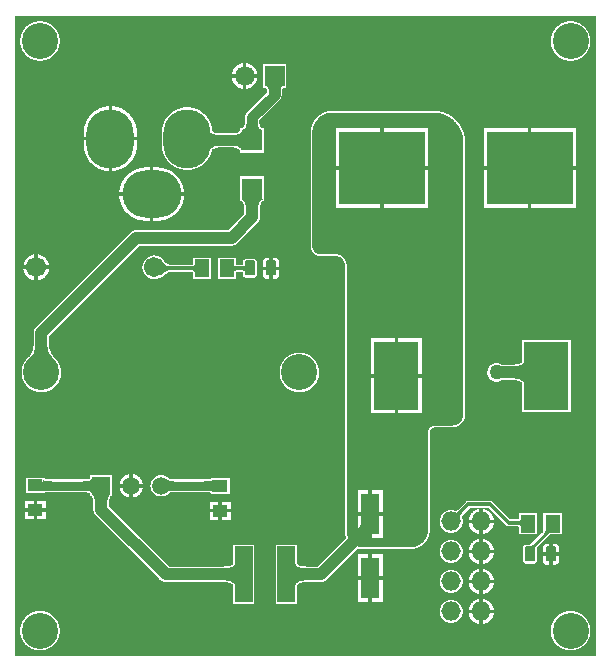
<source format=gtl>
G04*
G04 #@! TF.GenerationSoftware,Altium Limited,Altium Designer,19.1.8 (144)*
G04*
G04 Layer_Physical_Order=1*
G04 Layer_Color=196*
%FSLAX25Y25*%
%MOIN*%
G70*
G01*
G75*
%ADD17C,0.01000*%
%ADD18C,0.01200*%
%ADD20R,0.15000X0.23000*%
%ADD21R,0.07000X0.07100*%
%ADD22R,0.05906X0.18504*%
%ADD23R,0.06299X0.13780*%
%ADD24R,0.04921X0.05906*%
%ADD25R,0.28740X0.24410*%
G04:AMPARAMS|DCode=26|XSize=35mil|YSize=50mil|CornerRadius=4.38mil|HoleSize=0mil|Usage=FLASHONLY|Rotation=0.000|XOffset=0mil|YOffset=0mil|HoleType=Round|Shape=RoundedRectangle|*
%AMROUNDEDRECTD26*
21,1,0.03500,0.04125,0,0,0.0*
21,1,0.02625,0.05000,0,0,0.0*
1,1,0.00875,0.01313,-0.02063*
1,1,0.00875,-0.01313,-0.02063*
1,1,0.00875,-0.01313,0.02063*
1,1,0.00875,0.01313,0.02063*
%
%ADD26ROUNDEDRECTD26*%
%ADD27R,0.05100X0.04000*%
%ADD44C,0.04000*%
%ADD45C,0.03000*%
%ADD46C,0.03500*%
%ADD47C,0.12000*%
%ADD48R,0.06600X0.06600*%
%ADD49C,0.06600*%
%ADD50O,0.06500X0.06400*%
%ADD51R,0.05937X0.05937*%
%ADD52C,0.05937*%
%ADD53O,0.15748X0.19685*%
%ADD54O,0.19685X0.15748*%
%ADD55C,0.06700*%
%ADD56C,0.05000*%
G36*
X195321Y215006D02*
X195321Y1529D01*
X1529Y1529D01*
X1529Y215006D01*
X195321Y215006D01*
D02*
G37*
%LPC*%
G36*
X10000Y213136D02*
X9775Y213133D01*
X9550Y213121D01*
X9325Y213102D01*
X9101Y213075D01*
X8878Y213040D01*
X8657Y212998D01*
X8437Y212949D01*
X8219Y212892D01*
X8003Y212827D01*
X7790Y212755D01*
X7578Y212676D01*
X7370Y212590D01*
X7165Y212497D01*
X6963Y212396D01*
X6765Y212289D01*
X6570Y212175D01*
X6380Y212055D01*
X6193Y211928D01*
X6011Y211795D01*
X5834Y211656D01*
X5662Y211511D01*
X5494Y211360D01*
X5332Y211203D01*
X5176Y211041D01*
X5025Y210874D01*
X4880Y210701D01*
X4740Y210524D01*
X4607Y210342D01*
X4480Y210156D01*
X4360Y209965D01*
X4246Y209771D01*
X4139Y209572D01*
X4039Y209370D01*
X3946Y209165D01*
X3859Y208957D01*
X3780Y208746D01*
X3708Y208532D01*
X3644Y208316D01*
X3587Y208098D01*
X3537Y207878D01*
X3495Y207657D01*
X3461Y207434D01*
X3434Y207210D01*
X3414Y206986D01*
X3403Y206761D01*
X3399Y206535D01*
X3403Y206310D01*
X3414Y206085D01*
X3434Y205860D01*
X3461Y205637D01*
X3495Y205414D01*
X3537Y205192D01*
X3587Y204973D01*
X3644Y204754D01*
X3708Y204538D01*
X3780Y204325D01*
X3859Y204114D01*
X3946Y203906D01*
X4039Y203700D01*
X4139Y203499D01*
X4246Y203300D01*
X4360Y203106D01*
X4480Y202915D01*
X4607Y202729D01*
X4740Y202547D01*
X4880Y202370D01*
X5025Y202197D01*
X5176Y202030D01*
X5332Y201868D01*
X5494Y201711D01*
X5662Y201560D01*
X5834Y201415D01*
X6011Y201276D01*
X6193Y201143D01*
X6380Y201016D01*
X6570Y200895D01*
X6765Y200782D01*
X6963Y200675D01*
X7165Y200574D01*
X7370Y200481D01*
X7578Y200395D01*
X7790Y200316D01*
X8003Y200244D01*
X8219Y200179D01*
X8437Y200122D01*
X8657Y200073D01*
X8878Y200030D01*
X9101Y199996D01*
X9325Y199969D01*
X9550Y199950D01*
X9775Y199938D01*
X10000Y199934D01*
X10225Y199938D01*
X10451Y199950D01*
X10675Y199969D01*
X10899Y199996D01*
X11122Y200030D01*
X11343Y200073D01*
X11563Y200122D01*
X11781Y200179D01*
X11997Y200244D01*
X12211Y200316D01*
X12422Y200395D01*
X12630Y200481D01*
X12835Y200574D01*
X13037Y200675D01*
X13235Y200782D01*
X13430Y200895D01*
X13620Y201016D01*
X13807Y201143D01*
X13988Y201276D01*
X14166Y201415D01*
X14338Y201560D01*
X14505Y201711D01*
X14668Y201868D01*
X14824Y202030D01*
X14975Y202197D01*
X15120Y202370D01*
X15260Y202547D01*
X15393Y202729D01*
X15520Y202915D01*
X15640Y203106D01*
X15754Y203300D01*
X15861Y203499D01*
X15961Y203700D01*
X16055Y203906D01*
X16141Y204114D01*
X16220Y204325D01*
X16292Y204538D01*
X16356Y204754D01*
X16413Y204973D01*
X16463Y205192D01*
X16505Y205414D01*
X16540Y205637D01*
X16566Y205860D01*
X16586Y206085D01*
X16597Y206310D01*
X16601Y206535D01*
X16597Y206761D01*
X16586Y206986D01*
X16566Y207210D01*
X16540Y207434D01*
X16505Y207657D01*
X16463Y207878D01*
X16413Y208098D01*
X16356Y208316D01*
X16292Y208532D01*
X16220Y208746D01*
X16141Y208957D01*
X16055Y209165D01*
X15961Y209370D01*
X15861Y209572D01*
X15754Y209771D01*
X15640Y209965D01*
X15520Y210156D01*
X15393Y210342D01*
X15260Y210524D01*
X15120Y210701D01*
X14975Y210874D01*
X14824Y211041D01*
X14668Y211203D01*
X14505Y211360D01*
X14338Y211511D01*
X14166Y211656D01*
X13988Y211795D01*
X13807Y211928D01*
X13620Y212055D01*
X13430Y212175D01*
X13235Y212289D01*
X13037Y212396D01*
X12835Y212497D01*
X12630Y212590D01*
X12422Y212676D01*
X12211Y212755D01*
X11997Y212827D01*
X11781Y212892D01*
X11563Y212949D01*
X11343Y212998D01*
X11122Y213040D01*
X10899Y213075D01*
X10675Y213102D01*
X10451Y213121D01*
X10225Y213133D01*
X10000Y213136D01*
D02*
G37*
G36*
X186850Y213136D02*
X186625Y213133D01*
X186400Y213121D01*
X186175Y213102D01*
X185951Y213075D01*
X185729Y213040D01*
X185507Y212998D01*
X185287Y212949D01*
X185069Y212892D01*
X184853Y212827D01*
X184640Y212755D01*
X184429Y212676D01*
X184221Y212590D01*
X184015Y212497D01*
X183814Y212396D01*
X183615Y212289D01*
X183421Y212175D01*
X183230Y212055D01*
X183044Y211928D01*
X182862Y211795D01*
X182685Y211656D01*
X182512Y211511D01*
X182345Y211360D01*
X182183Y211203D01*
X182026Y211041D01*
X181875Y210874D01*
X181730Y210701D01*
X181591Y210524D01*
X181457Y210342D01*
X181331Y210156D01*
X181210Y209965D01*
X181096Y209771D01*
X180990Y209572D01*
X180889Y209370D01*
X180796Y209165D01*
X180710Y208957D01*
X180631Y208746D01*
X180559Y208532D01*
X180494Y208316D01*
X180437Y208098D01*
X180387Y207878D01*
X180345Y207657D01*
X180311Y207434D01*
X180284Y207210D01*
X180265Y206986D01*
X180253Y206761D01*
X180249Y206535D01*
X180253Y206310D01*
X180265Y206085D01*
X180284Y205860D01*
X180311Y205637D01*
X180345Y205414D01*
X180387Y205192D01*
X180437Y204973D01*
X180494Y204754D01*
X180559Y204538D01*
X180631Y204325D01*
X180710Y204114D01*
X180796Y203906D01*
X180889Y203700D01*
X180990Y203499D01*
X181096Y203300D01*
X181210Y203106D01*
X181331Y202915D01*
X181457Y202729D01*
X181591Y202547D01*
X181730Y202370D01*
X181875Y202197D01*
X182026Y202030D01*
X182183Y201868D01*
X182345Y201711D01*
X182512Y201560D01*
X182685Y201415D01*
X182862Y201276D01*
X183044Y201143D01*
X183230Y201016D01*
X183421Y200895D01*
X183615Y200782D01*
X183814Y200675D01*
X184015Y200574D01*
X184221Y200481D01*
X184429Y200395D01*
X184640Y200316D01*
X184853Y200244D01*
X185069Y200179D01*
X185287Y200122D01*
X185507Y200073D01*
X185729Y200030D01*
X185951Y199996D01*
X186175Y199969D01*
X186400Y199950D01*
X186625Y199938D01*
X186850Y199934D01*
X187076Y199938D01*
X187301Y199950D01*
X187525Y199969D01*
X187749Y199996D01*
X187972Y200030D01*
X188193Y200073D01*
X188413Y200122D01*
X188631Y200179D01*
X188847Y200244D01*
X189061Y200316D01*
X189272Y200395D01*
X189480Y200481D01*
X189685Y200574D01*
X189887Y200675D01*
X190085Y200782D01*
X190280Y200895D01*
X190471Y201016D01*
X190657Y201143D01*
X190839Y201276D01*
X191016Y201415D01*
X191189Y201560D01*
X191356Y201711D01*
X191518Y201868D01*
X191675Y202030D01*
X191826Y202197D01*
X191971Y202370D01*
X192110Y202547D01*
X192243Y202729D01*
X192370Y202915D01*
X192490Y203106D01*
X192604Y203300D01*
X192711Y203499D01*
X192812Y203700D01*
X192905Y203906D01*
X192991Y204114D01*
X193070Y204325D01*
X193142Y204538D01*
X193207Y204754D01*
X193264Y204973D01*
X193313Y205192D01*
X193355Y205414D01*
X193390Y205637D01*
X193417Y205860D01*
X193436Y206085D01*
X193447Y206310D01*
X193451Y206535D01*
X193447Y206761D01*
X193436Y206986D01*
X193417Y207210D01*
X193390Y207434D01*
X193355Y207657D01*
X193313Y207878D01*
X193264Y208098D01*
X193207Y208316D01*
X193142Y208532D01*
X193070Y208746D01*
X192991Y208957D01*
X192905Y209165D01*
X192812Y209370D01*
X192711Y209572D01*
X192604Y209771D01*
X192490Y209965D01*
X192370Y210156D01*
X192243Y210342D01*
X192110Y210524D01*
X191971Y210701D01*
X191826Y210874D01*
X191675Y211041D01*
X191518Y211203D01*
X191356Y211360D01*
X191189Y211511D01*
X191016Y211656D01*
X190839Y211795D01*
X190657Y211928D01*
X190471Y212055D01*
X190280Y212175D01*
X190085Y212289D01*
X189887Y212396D01*
X189685Y212497D01*
X189480Y212590D01*
X189272Y212676D01*
X189061Y212755D01*
X188847Y212827D01*
X188631Y212892D01*
X188413Y212949D01*
X188193Y212998D01*
X187972Y213040D01*
X187749Y213075D01*
X187525Y213102D01*
X187301Y213121D01*
X187076Y213133D01*
X186850Y213136D01*
D02*
G37*
G36*
X78789Y199140D02*
Y195482D01*
X82447D01*
X82431Y195590D01*
X82398Y195765D01*
X82358Y195938D01*
X82311Y196109D01*
X82257Y196278D01*
X82196Y196445D01*
X82128Y196609D01*
X82053Y196771D01*
X81972Y196929D01*
X81884Y197083D01*
X81790Y197234D01*
X81689Y197381D01*
X81583Y197524D01*
X81471Y197662D01*
X81353Y197795D01*
X81230Y197923D01*
X81102Y198046D01*
X80969Y198164D01*
X80831Y198276D01*
X80688Y198382D01*
X80541Y198483D01*
X80391Y198577D01*
X80236Y198664D01*
X80078Y198746D01*
X79917Y198821D01*
X79752Y198889D01*
X79585Y198950D01*
X79416Y199004D01*
X79245Y199051D01*
X79072Y199091D01*
X78897Y199124D01*
X78789Y199140D01*
D02*
G37*
G36*
X77589D02*
X77481Y199124D01*
X77306Y199091D01*
X77133Y199051D01*
X76962Y199004D01*
X76793Y198950D01*
X76626Y198889D01*
X76461Y198821D01*
X76300Y198746D01*
X76142Y198664D01*
X75987Y198577D01*
X75837Y198483D01*
X75690Y198382D01*
X75547Y198276D01*
X75409Y198164D01*
X75276Y198046D01*
X75148Y197923D01*
X75025Y197795D01*
X74907Y197662D01*
X74795Y197524D01*
X74689Y197381D01*
X74588Y197234D01*
X74494Y197083D01*
X74406Y196929D01*
X74325Y196771D01*
X74250Y196609D01*
X74182Y196445D01*
X74121Y196278D01*
X74067Y196109D01*
X74020Y195938D01*
X73980Y195765D01*
X73947Y195590D01*
X73931Y195482D01*
X77589D01*
Y199140D01*
D02*
G37*
G36*
X82447Y194282D02*
X78789D01*
Y190624D01*
X78897Y190640D01*
X79072Y190673D01*
X79245Y190713D01*
X79416Y190760D01*
X79585Y190814D01*
X79752Y190875D01*
X79917Y190943D01*
X80078Y191018D01*
X80236Y191099D01*
X80391Y191187D01*
X80541Y191281D01*
X80688Y191382D01*
X80831Y191488D01*
X80969Y191600D01*
X81102Y191718D01*
X81230Y191841D01*
X81353Y191969D01*
X81471Y192102D01*
X81583Y192240D01*
X81689Y192383D01*
X81790Y192529D01*
X81884Y192680D01*
X81972Y192835D01*
X82053Y192993D01*
X82128Y193154D01*
X82196Y193318D01*
X82257Y193485D01*
X82311Y193655D01*
X82358Y193826D01*
X82398Y193999D01*
X82431Y194174D01*
X82447Y194282D01*
D02*
G37*
G36*
X77589D02*
X73931D01*
X73947Y194174D01*
X73980Y193999D01*
X74020Y193826D01*
X74067Y193655D01*
X74121Y193485D01*
X74182Y193318D01*
X74250Y193154D01*
X74325Y192993D01*
X74406Y192835D01*
X74494Y192680D01*
X74588Y192529D01*
X74689Y192383D01*
X74795Y192240D01*
X74907Y192102D01*
X75025Y191969D01*
X75148Y191841D01*
X75276Y191718D01*
X75409Y191600D01*
X75547Y191488D01*
X75690Y191382D01*
X75837Y191281D01*
X75987Y191187D01*
X76142Y191099D01*
X76300Y191018D01*
X76461Y190943D01*
X76626Y190875D01*
X76793Y190814D01*
X76962Y190760D01*
X77133Y190713D01*
X77306Y190673D01*
X77481Y190640D01*
X77589Y190624D01*
Y194282D01*
D02*
G37*
G36*
X141321Y183278D02*
X107371D01*
X107361Y183278D01*
X107351Y183278D01*
X107132Y183271D01*
X107122Y183270D01*
X107113Y183270D01*
X106894Y183255D01*
X106884Y183254D01*
X106874Y183254D01*
X106656Y183232D01*
X106647Y183231D01*
X106637Y183230D01*
X106420Y183201D01*
X106410Y183200D01*
X106400Y183198D01*
X106184Y183163D01*
X106175Y183161D01*
X106165Y183159D01*
X105950Y183117D01*
X105940Y183114D01*
X105931Y183112D01*
X105717Y183063D01*
X105708Y183060D01*
X105698Y183058D01*
X105487Y183001D01*
X105477Y182998D01*
X105468Y182996D01*
X105258Y182932D01*
X105249Y182929D01*
X105239Y182926D01*
X105032Y182856D01*
X105023Y182852D01*
X105014Y182849D01*
X104808Y182772D01*
X104800Y182768D01*
X104790Y182765D01*
X104588Y182681D01*
X104579Y182677D01*
X104570Y182673D01*
X104370Y182583D01*
X104362Y182578D01*
X104353Y182574D01*
X104156Y182477D01*
X104148Y182473D01*
X104139Y182468D01*
X103945Y182365D01*
X103937Y182360D01*
X103928Y182356D01*
X103738Y182246D01*
X103730Y182241D01*
X103722Y182236D01*
X103536Y182120D01*
X103528Y182115D01*
X103519Y182110D01*
X103337Y181988D01*
X103329Y181982D01*
X103321Y181977D01*
X103143Y181849D01*
X103135Y181843D01*
X103127Y181837D01*
X102953Y181704D01*
X102946Y181698D01*
X102938Y181692D01*
X102769Y181553D01*
X102761Y181546D01*
X102753Y181540D01*
X102589Y181396D01*
X102582Y181389D01*
X102574Y181383D01*
X102414Y181233D01*
X102408Y181226D01*
X102400Y181219D01*
X102245Y181064D01*
X102239Y181057D01*
X102232Y181050D01*
X102082Y180890D01*
X102076Y180883D01*
X102069Y180876D01*
X101924Y180711D01*
X101918Y180703D01*
X101912Y180696D01*
X101773Y180527D01*
X101767Y180519D01*
X101760Y180511D01*
X101627Y180338D01*
X101621Y180330D01*
X101615Y180322D01*
X101488Y180144D01*
X101482Y180135D01*
X101477Y180128D01*
X101355Y179945D01*
X101350Y179937D01*
X101344Y179929D01*
X101228Y179743D01*
X101224Y179734D01*
X101218Y179726D01*
X101109Y179536D01*
X101104Y179528D01*
X101099Y179519D01*
X100996Y179326D01*
X100992Y179317D01*
X100987Y179308D01*
X100890Y179112D01*
X100886Y179103D01*
X100882Y179094D01*
X100791Y178895D01*
X100788Y178886D01*
X100784Y178877D01*
X100700Y178674D01*
X100697Y178665D01*
X100692Y178656D01*
X100615Y178451D01*
X100612Y178442D01*
X100609Y178433D01*
X100538Y178225D01*
X100536Y178216D01*
X100532Y178206D01*
X100469Y177997D01*
X100466Y177987D01*
X100463Y177978D01*
X100407Y177766D01*
X100405Y177757D01*
X100402Y177747D01*
X100352Y177534D01*
X100350Y177524D01*
X100348Y177515D01*
X100305Y177300D01*
X100304Y177290D01*
X100302Y177280D01*
X100266Y177064D01*
X100265Y177055D01*
X100263Y177045D01*
X100235Y176828D01*
X100234Y176818D01*
X100232Y176808D01*
X100211Y176590D01*
X100210Y176580D01*
X100209Y176571D01*
X100195Y176352D01*
X100195Y176342D01*
X100194Y176332D01*
X100187Y176113D01*
X100187Y176104D01*
X100187Y176094D01*
Y175984D01*
Y138189D01*
Y138121D01*
X100187Y138107D01*
X100187Y138092D01*
X100194Y137957D01*
X100195Y137942D01*
X100196Y137927D01*
X100209Y137793D01*
X100212Y137778D01*
X100213Y137763D01*
X100233Y137629D01*
X100236Y137615D01*
X100238Y137600D01*
X100264Y137468D01*
X100268Y137453D01*
X100271Y137439D01*
X100303Y137308D01*
X100308Y137294D01*
X100311Y137279D01*
X100351Y137150D01*
X100356Y137136D01*
X100360Y137122D01*
X100406Y136994D01*
X100411Y136981D01*
X100416Y136967D01*
X100468Y136842D01*
X100474Y136829D01*
X100480Y136815D01*
X100538Y136693D01*
X100545Y136680D01*
X100551Y136666D01*
X100615Y136547D01*
X100622Y136534D01*
X100629Y136521D01*
X100699Y136405D01*
X100707Y136393D01*
X100715Y136380D01*
X100790Y136268D01*
X100799Y136256D01*
X100807Y136244D01*
X100887Y136135D01*
X100897Y136124D01*
X100906Y136112D01*
X100991Y136007D01*
X101001Y135996D01*
X101011Y135985D01*
X101101Y135884D01*
X101112Y135874D01*
X101122Y135863D01*
X101217Y135767D01*
X101229Y135758D01*
X101239Y135747D01*
X101339Y135656D01*
X101351Y135647D01*
X101361Y135637D01*
X101466Y135551D01*
X101478Y135543D01*
X101489Y135533D01*
X101598Y135452D01*
X101610Y135444D01*
X101622Y135435D01*
X101735Y135360D01*
X101747Y135353D01*
X101760Y135345D01*
X101875Y135275D01*
X101889Y135268D01*
X101901Y135260D01*
X102021Y135197D01*
X102034Y135190D01*
X102047Y135183D01*
X102169Y135126D01*
X102183Y135120D01*
X102196Y135114D01*
X102321Y135062D01*
X102335Y135057D01*
X102349Y135051D01*
X102476Y135006D01*
X102490Y135001D01*
X102504Y134996D01*
X102634Y134957D01*
X102648Y134953D01*
X102662Y134949D01*
X102793Y134916D01*
X102808Y134914D01*
X102822Y134910D01*
X102955Y134883D01*
X102969Y134881D01*
X102984Y134878D01*
X103118Y134859D01*
X103132Y134857D01*
X103147Y134855D01*
X103282Y134842D01*
X103296Y134841D01*
X103311Y134839D01*
X103446Y134833D01*
X103461Y134833D01*
X103476Y134832D01*
X108658D01*
X108722Y134831D01*
X108854Y134826D01*
X108982Y134815D01*
X109109Y134798D01*
X109235Y134775D01*
X109361Y134748D01*
X109485Y134714D01*
X109607Y134676D01*
X109728Y134632D01*
X109846Y134583D01*
X109963Y134529D01*
X110077Y134469D01*
X110188Y134405D01*
X110296Y134336D01*
X110401Y134262D01*
X110503Y134184D01*
X110601Y134102D01*
X110696Y134015D01*
X110787Y133924D01*
X110873Y133830D01*
X110956Y133731D01*
X111034Y133630D01*
X111108Y133524D01*
X111177Y133416D01*
X111241Y133305D01*
X111300Y133191D01*
X111354Y133075D01*
X111404Y132956D01*
X111448Y132835D01*
X111486Y132713D01*
X111519Y132589D01*
X111547Y132464D01*
X111569Y132337D01*
X111586Y132210D01*
X111597Y132082D01*
X111603Y131950D01*
X111604Y131887D01*
Y43307D01*
Y43209D01*
X111604Y43198D01*
X111604Y43187D01*
X111611Y42991D01*
X111612Y42980D01*
X111612Y42969D01*
X111626Y42773D01*
X111628Y42762D01*
X111628Y42752D01*
X111649Y42556D01*
X111651Y42545D01*
X111652Y42535D01*
X111680Y42340D01*
X111682Y42329D01*
X111683Y42319D01*
X111718Y42125D01*
X111721Y42115D01*
X111723Y42104D01*
X111764Y41912D01*
X111767Y41901D01*
X111769Y41891D01*
X111818Y41700D01*
X111821Y41690D01*
X111824Y41679D01*
X111879Y41491D01*
X111883Y41480D01*
X111885Y41470D01*
X111948Y41283D01*
X111952Y41273D01*
X111955Y41263D01*
X112024Y41079D01*
X112028Y41069D01*
X112031Y41059D01*
X112107Y40877D01*
X112111Y40867D01*
X112115Y40857D01*
X112135Y40813D01*
X102663Y31341D01*
X99077D01*
X98339Y31360D01*
X97698Y31417D01*
X97148Y31508D01*
X96691Y31631D01*
X96329Y31778D01*
X96061Y31942D01*
X95876Y32113D01*
X95757Y32292D01*
X95685Y32494D01*
X95679Y32553D01*
Y38592D01*
X88573D01*
Y18888D01*
X95679D01*
Y24927D01*
X95685Y24986D01*
X95757Y25189D01*
X95876Y25367D01*
X96061Y25538D01*
X96329Y25702D01*
X96691Y25850D01*
X97148Y25972D01*
X97698Y26063D01*
X98339Y26120D01*
X99077Y26139D01*
X103740D01*
X103876Y26143D01*
X104012Y26153D01*
X104147Y26171D01*
X104221Y26185D01*
X104281Y26196D01*
X104413Y26228D01*
X104544Y26267D01*
X104672Y26312D01*
X104798Y26364D01*
X104921Y26423D01*
X105041Y26488D01*
X105099Y26523D01*
X105157Y26559D01*
X105202Y26590D01*
X105269Y26636D01*
X105377Y26719D01*
X105481Y26807D01*
X105579Y26901D01*
X116092Y37413D01*
X116099Y37412D01*
X116110Y37409D01*
X116300Y37360D01*
X116311Y37358D01*
X116321Y37355D01*
X116513Y37313D01*
X116524Y37311D01*
X116534Y37309D01*
X116728Y37274D01*
X116739Y37273D01*
X116749Y37271D01*
X116944Y37242D01*
X116955Y37242D01*
X116965Y37240D01*
X117161Y37219D01*
X117172Y37218D01*
X117182Y37217D01*
X117379Y37203D01*
X117389Y37203D01*
X117400Y37202D01*
X117597Y37195D01*
X117607Y37195D01*
X117618Y37194D01*
X133570D01*
X133581Y37195D01*
X133591Y37195D01*
X133802Y37202D01*
X133813Y37203D01*
X133824Y37203D01*
X134034Y37218D01*
X134045Y37220D01*
X134055Y37220D01*
X134265Y37243D01*
X134276Y37245D01*
X134286Y37246D01*
X134495Y37276D01*
X134505Y37278D01*
X134516Y37279D01*
X134723Y37316D01*
X134734Y37319D01*
X134745Y37321D01*
X134951Y37365D01*
X134961Y37368D01*
X134971Y37370D01*
X135176Y37422D01*
X135186Y37426D01*
X135196Y37428D01*
X135399Y37488D01*
X135409Y37491D01*
X135419Y37494D01*
X135619Y37561D01*
X135629Y37565D01*
X135640Y37568D01*
X135837Y37641D01*
X135847Y37646D01*
X135857Y37649D01*
X136052Y37730D01*
X136062Y37735D01*
X136072Y37738D01*
X136263Y37826D01*
X136273Y37831D01*
X136283Y37835D01*
X136471Y37930D01*
X136481Y37935D01*
X136490Y37940D01*
X136675Y38041D01*
X136685Y38046D01*
X136694Y38051D01*
X136875Y38159D01*
X136884Y38165D01*
X136893Y38170D01*
X137071Y38284D01*
X137080Y38291D01*
X137089Y38296D01*
X137262Y38416D01*
X137270Y38423D01*
X137279Y38429D01*
X137448Y38555D01*
X137456Y38562D01*
X137465Y38568D01*
X137629Y38701D01*
X137637Y38708D01*
X137646Y38715D01*
X137805Y38853D01*
X137813Y38860D01*
X137821Y38867D01*
X137975Y39011D01*
X137983Y39018D01*
X137991Y39026D01*
X138140Y39175D01*
X138147Y39183D01*
X138155Y39190D01*
X138298Y39344D01*
X138305Y39353D01*
X138313Y39360D01*
X138451Y39520D01*
X138457Y39528D01*
X138465Y39536D01*
X138597Y39700D01*
X138603Y39709D01*
X138610Y39717D01*
X138736Y39886D01*
X138742Y39895D01*
X138749Y39903D01*
X138869Y40077D01*
X138875Y40086D01*
X138881Y40094D01*
X138995Y40272D01*
X139000Y40281D01*
X139006Y40290D01*
X139114Y40471D01*
X139119Y40481D01*
X139125Y40490D01*
X139226Y40675D01*
X139230Y40685D01*
X139236Y40694D01*
X139330Y40883D01*
X139334Y40892D01*
X139339Y40902D01*
X139427Y41094D01*
X139431Y41104D01*
X139435Y41113D01*
X139516Y41308D01*
X139520Y41318D01*
X139524Y41328D01*
X139598Y41526D01*
X139601Y41536D01*
X139605Y41546D01*
X139671Y41746D01*
X139674Y41756D01*
X139678Y41767D01*
X139737Y41969D01*
X139740Y41979D01*
X139743Y41989D01*
X139795Y42194D01*
X139797Y42204D01*
X139800Y42215D01*
X139845Y42421D01*
X139847Y42432D01*
X139849Y42442D01*
X139886Y42649D01*
X139888Y42660D01*
X139890Y42670D01*
X139920Y42879D01*
X139921Y42890D01*
X139922Y42900D01*
X139945Y43110D01*
X139946Y43121D01*
X139947Y43132D01*
X139962Y43342D01*
X139962Y43352D01*
X139963Y43363D01*
X139971Y43574D01*
X139970Y43585D01*
X139971Y43595D01*
Y43701D01*
Y75980D01*
X139972Y76029D01*
X139978Y76132D01*
X139989Y76231D01*
X140005Y76328D01*
X140027Y76424D01*
X140054Y76519D01*
X140087Y76612D01*
X140125Y76704D01*
X140168Y76793D01*
X140216Y76879D01*
X140268Y76963D01*
X140325Y77043D01*
X140387Y77120D01*
X140453Y77194D01*
X140523Y77264D01*
X140596Y77330D01*
X140673Y77391D01*
X140754Y77448D01*
X140838Y77501D01*
X140924Y77549D01*
X141013Y77592D01*
X141104Y77630D01*
X141198Y77662D01*
X141292Y77689D01*
X141389Y77711D01*
X141486Y77728D01*
X141584Y77739D01*
X141687Y77745D01*
X141736Y77745D01*
X147330D01*
X147343Y77746D01*
X147356Y77746D01*
X147528Y77754D01*
X147541Y77755D01*
X147554Y77755D01*
X147725Y77770D01*
X147738Y77772D01*
X147751Y77773D01*
X147922Y77795D01*
X147934Y77798D01*
X147948Y77799D01*
X148117Y77829D01*
X148129Y77832D01*
X148142Y77834D01*
X148310Y77872D01*
X148323Y77875D01*
X148336Y77878D01*
X148502Y77922D01*
X148514Y77926D01*
X148527Y77930D01*
X148691Y77981D01*
X148703Y77986D01*
X148715Y77990D01*
X148877Y78049D01*
X148889Y78054D01*
X148901Y78058D01*
X149060Y78124D01*
X149072Y78130D01*
X149084Y78134D01*
X149240Y78207D01*
X149251Y78213D01*
X149263Y78219D01*
X149416Y78298D01*
X149427Y78305D01*
X149439Y78311D01*
X149588Y78396D01*
X149598Y78404D01*
X149610Y78410D01*
X149755Y78502D01*
X149766Y78510D01*
X149777Y78517D01*
X149917Y78615D01*
X149928Y78623D01*
X149938Y78631D01*
X150075Y78736D01*
X150085Y78744D01*
X150095Y78752D01*
X150227Y78862D01*
X150236Y78871D01*
X150247Y78880D01*
X150373Y78996D01*
X150382Y79005D01*
X150392Y79014D01*
X150514Y79135D01*
X150522Y79145D01*
X150532Y79154D01*
X150648Y79281D01*
X150656Y79291D01*
X150665Y79301D01*
X150776Y79432D01*
X150784Y79443D01*
X150792Y79453D01*
X150897Y79589D01*
X150904Y79600D01*
X150912Y79610D01*
X151011Y79751D01*
X151017Y79762D01*
X151025Y79773D01*
X151118Y79918D01*
X151124Y79929D01*
X151131Y79940D01*
X151217Y80089D01*
X151223Y80101D01*
X151230Y80112D01*
X151309Y80264D01*
X151314Y80276D01*
X151321Y80288D01*
X151393Y80444D01*
X151398Y80456D01*
X151404Y80467D01*
X151470Y80626D01*
X151474Y80639D01*
X151479Y80651D01*
X151538Y80812D01*
X151542Y80825D01*
X151546Y80837D01*
X151598Y81001D01*
X151601Y81014D01*
X151605Y81026D01*
X151650Y81192D01*
X151652Y81205D01*
X151656Y81217D01*
X151693Y81385D01*
X151695Y81398D01*
X151698Y81411D01*
X151728Y81580D01*
X151730Y81593D01*
X151732Y81606D01*
X151754Y81776D01*
X151755Y81789D01*
X151757Y81802D01*
X151772Y81973D01*
X151773Y81986D01*
X151774Y82000D01*
X151781Y82171D01*
X151781Y82184D01*
X151782Y82198D01*
Y82284D01*
Y172677D01*
Y172817D01*
X151782Y172826D01*
X151782Y172834D01*
X151774Y173115D01*
X151773Y173123D01*
Y173132D01*
X151758Y173412D01*
X151757Y173420D01*
X151756Y173428D01*
X151733Y173708D01*
X151732Y173716D01*
X151731Y173725D01*
X151700Y174004D01*
X151698Y174012D01*
X151698Y174020D01*
X151658Y174298D01*
X151657Y174306D01*
X151656Y174315D01*
X151609Y174591D01*
X151607Y174599D01*
X151606Y174608D01*
X151551Y174883D01*
X151549Y174891D01*
X151548Y174899D01*
X151485Y175173D01*
X151483Y175181D01*
X151481Y175189D01*
X151411Y175461D01*
X151408Y175469D01*
X151407Y175477D01*
X151329Y175747D01*
X151326Y175755D01*
X151324Y175763D01*
X151239Y176030D01*
X151236Y176038D01*
X151233Y176046D01*
X151141Y176311D01*
X151138Y176319D01*
X151135Y176327D01*
X151035Y176589D01*
X151032Y176596D01*
X151029Y176604D01*
X150921Y176864D01*
X150918Y176871D01*
X150915Y176879D01*
X150800Y177135D01*
X150796Y177143D01*
X150793Y177150D01*
X150671Y177403D01*
X150667Y177410D01*
X150664Y177418D01*
X150535Y177667D01*
X150531Y177675D01*
X150527Y177682D01*
X150391Y177928D01*
X150387Y177935D01*
X150383Y177942D01*
X150241Y178184D01*
X150236Y178191D01*
X150232Y178199D01*
X150083Y178436D01*
X150078Y178443D01*
X150073Y178450D01*
X149918Y178683D01*
X149913Y178690D01*
X149908Y178697D01*
X149746Y178926D01*
X149740Y178933D01*
X149736Y178940D01*
X149567Y179164D01*
X149562Y179170D01*
X149557Y179177D01*
X149382Y179396D01*
X149376Y179403D01*
X149371Y179409D01*
X149190Y179624D01*
X149184Y179630D01*
X149179Y179637D01*
X148992Y179846D01*
X148986Y179852D01*
X148981Y179858D01*
X148788Y180062D01*
X148782Y180068D01*
X148776Y180074D01*
X148578Y180272D01*
X148572Y180278D01*
X148566Y180284D01*
X148362Y180477D01*
X148355Y180482D01*
X148350Y180488D01*
X148140Y180675D01*
X148134Y180680D01*
X148128Y180686D01*
X147913Y180867D01*
X147907Y180872D01*
X147900Y180878D01*
X147681Y181053D01*
X147674Y181058D01*
X147668Y181063D01*
X147444Y181232D01*
X147437Y181236D01*
X147430Y181242D01*
X147201Y181404D01*
X147194Y181409D01*
X147187Y181414D01*
X146954Y181570D01*
X146947Y181574D01*
X146940Y181579D01*
X146702Y181728D01*
X146695Y181732D01*
X146688Y181737D01*
X146446Y181879D01*
X146439Y181883D01*
X146432Y181887D01*
X146186Y182023D01*
X146179Y182027D01*
X146171Y182031D01*
X145922Y182160D01*
X145914Y182163D01*
X145907Y182167D01*
X145654Y182289D01*
X145647Y182292D01*
X145639Y182296D01*
X145383Y182411D01*
X145375Y182414D01*
X145368Y182418D01*
X145108Y182525D01*
X145100Y182528D01*
X145093Y182531D01*
X144831Y182631D01*
X144823Y182634D01*
X144815Y182637D01*
X144550Y182729D01*
X144542Y182732D01*
X144534Y182735D01*
X144267Y182820D01*
X144258Y182822D01*
X144251Y182825D01*
X143981Y182903D01*
X143973Y182905D01*
X143965Y182907D01*
X143693Y182977D01*
X143685Y182979D01*
X143677Y182981D01*
X143403Y183044D01*
X143395Y183045D01*
X143387Y183047D01*
X143112Y183102D01*
X143103Y183103D01*
X143095Y183105D01*
X142819Y183152D01*
X142810Y183153D01*
X142802Y183154D01*
X142524Y183194D01*
X142516Y183194D01*
X142507Y183196D01*
X142229Y183227D01*
X142220Y183228D01*
X142212Y183229D01*
X141932Y183252D01*
X141924Y183253D01*
X141916Y183254D01*
X141636Y183269D01*
X141627D01*
X141619Y183270D01*
X141338Y183278D01*
X141330Y183278D01*
X141321Y183278D01*
D02*
G37*
G36*
X92089Y198782D02*
X84289D01*
Y190982D01*
X85228D01*
X85260Y190978D01*
X85322Y190952D01*
X85391Y190897D01*
X85476Y190788D01*
X85569Y190605D01*
X85658Y190346D01*
X85732Y190021D01*
X85786Y189504D01*
X79046Y182765D01*
X78956Y182669D01*
X78929Y182637D01*
X78871Y182568D01*
X78820Y182501D01*
X78791Y182463D01*
X78747Y182397D01*
X78718Y182353D01*
X78651Y182239D01*
X78591Y182122D01*
X78537Y182002D01*
X78490Y181879D01*
X78450Y181753D01*
X78417Y181625D01*
X78404Y181561D01*
X78391Y181496D01*
X78382Y181431D01*
X78373Y181366D01*
X78367Y181300D01*
X78361Y181234D01*
X78358Y181102D01*
Y180440D01*
X78341Y179801D01*
X78293Y179247D01*
X78214Y178774D01*
X78110Y178383D01*
X77986Y178077D01*
X77850Y177855D01*
X77713Y177706D01*
X77574Y177613D01*
X77417Y177557D01*
X77293Y177544D01*
X76609D01*
Y176707D01*
X76607Y176695D01*
X76551Y176535D01*
X76456Y176394D01*
X76307Y176256D01*
X76083Y176119D01*
X75776Y175994D01*
X75384Y175889D01*
X74909Y175810D01*
X74354Y175761D01*
X73712Y175745D01*
X70443D01*
X69777Y175761D01*
X69202Y175811D01*
X68711Y175890D01*
X68307Y175996D01*
X67992Y176121D01*
X67767Y176257D01*
X67620Y176392D01*
X67531Y176527D01*
X67507Y176601D01*
X67495Y176751D01*
X67468Y177006D01*
X67434Y177259D01*
X67391Y177512D01*
X67341Y177763D01*
X67284Y178013D01*
X67219Y178260D01*
X67146Y178506D01*
X67067Y178749D01*
X66979Y178990D01*
X66885Y179227D01*
X66783Y179463D01*
X66675Y179694D01*
X66559Y179923D01*
X66437Y180148D01*
X66308Y180369D01*
X66172Y180586D01*
X66030Y180799D01*
X65881Y181007D01*
X65727Y181211D01*
X65566Y181410D01*
X65399Y181604D01*
X65226Y181793D01*
X65048Y181977D01*
X64864Y182155D01*
X64675Y182328D01*
X64481Y182495D01*
X64282Y182656D01*
X64078Y182810D01*
X63870Y182959D01*
X63657Y183101D01*
X63440Y183237D01*
X63218Y183366D01*
X62994Y183489D01*
X62765Y183604D01*
X62533Y183713D01*
X62298Y183814D01*
X62060Y183908D01*
X61820Y183996D01*
X61576Y184075D01*
X61331Y184148D01*
X61083Y184213D01*
X60834Y184271D01*
X60583Y184320D01*
X60330Y184363D01*
X60077Y184397D01*
X59822Y184424D01*
X59567Y184444D01*
X59311Y184455D01*
X59055Y184459D01*
X58799Y184455D01*
X58543Y184444D01*
X58288Y184424D01*
X58034Y184397D01*
X57780Y184363D01*
X57528Y184320D01*
X57276Y184271D01*
X57027Y184213D01*
X56779Y184148D01*
X56534Y184075D01*
X56291Y183996D01*
X56050Y183908D01*
X55812Y183814D01*
X55577Y183713D01*
X55345Y183604D01*
X55117Y183489D01*
X54892Y183366D01*
X54671Y183237D01*
X54454Y183101D01*
X54241Y182959D01*
X54032Y182810D01*
X53828Y182656D01*
X53629Y182495D01*
X53435Y182328D01*
X53246Y182155D01*
X53062Y181977D01*
X52884Y181793D01*
X52711Y181604D01*
X52545Y181410D01*
X52384Y181211D01*
X52229Y181007D01*
X52080Y180799D01*
X51938Y180586D01*
X51802Y180369D01*
X51673Y180148D01*
X51551Y179923D01*
X51435Y179694D01*
X51327Y179463D01*
X51225Y179227D01*
X51131Y178990D01*
X51044Y178749D01*
X50964Y178506D01*
X50891Y178260D01*
X50826Y178013D01*
X50769Y177763D01*
X50719Y177512D01*
X50677Y177259D01*
X50642Y177006D01*
X50615Y176751D01*
X50596Y176496D01*
X50584Y176240D01*
X50580Y175984D01*
Y172047D01*
X50584Y171791D01*
X50596Y171536D01*
X50615Y171280D01*
X50642Y171026D01*
X50677Y170772D01*
X50719Y170520D01*
X50769Y170268D01*
X50826Y170019D01*
X50891Y169771D01*
X50964Y169526D01*
X51044Y169283D01*
X51131Y169042D01*
X51225Y168804D01*
X51327Y168569D01*
X51435Y168337D01*
X51551Y168109D01*
X51673Y167884D01*
X51802Y167663D01*
X51938Y167446D01*
X52080Y167233D01*
X52229Y167024D01*
X52384Y166821D01*
X52545Y166621D01*
X52711Y166427D01*
X52884Y166238D01*
X53062Y166054D01*
X53246Y165876D01*
X53435Y165704D01*
X53629Y165537D01*
X53828Y165376D01*
X54032Y165221D01*
X54241Y165073D01*
X54454Y164930D01*
X54671Y164795D01*
X54892Y164665D01*
X55117Y164543D01*
X55345Y164427D01*
X55577Y164319D01*
X55812Y164217D01*
X56050Y164123D01*
X56291Y164036D01*
X56534Y163956D01*
X56779Y163883D01*
X57027Y163819D01*
X57276Y163761D01*
X57528Y163711D01*
X57780Y163669D01*
X58034Y163634D01*
X58288Y163607D01*
X58543Y163588D01*
X58799Y163576D01*
X59055Y163572D01*
X59311Y163576D01*
X59567Y163588D01*
X59822Y163607D01*
X60077Y163634D01*
X60330Y163669D01*
X60583Y163711D01*
X60834Y163761D01*
X61083Y163819D01*
X61331Y163883D01*
X61576Y163956D01*
X61820Y164036D01*
X62060Y164123D01*
X62298Y164217D01*
X62533Y164319D01*
X62765Y164427D01*
X62994Y164543D01*
X63218Y164665D01*
X63440Y164795D01*
X63657Y164930D01*
X63870Y165073D01*
X64078Y165221D01*
X64282Y165376D01*
X64481Y165537D01*
X64675Y165704D01*
X64864Y165876D01*
X65048Y166054D01*
X65226Y166238D01*
X65399Y166427D01*
X65566Y166621D01*
X65727Y166821D01*
X65881Y167024D01*
X66030Y167233D01*
X66172Y167446D01*
X66308Y167663D01*
X66437Y167884D01*
X66559Y168109D01*
X66675Y168337D01*
X66783Y168569D01*
X66885Y168804D01*
X66979Y169042D01*
X67067Y169283D01*
X67146Y169526D01*
X67219Y169771D01*
X67284Y170019D01*
X67340Y170263D01*
X67423Y170373D01*
X67595Y170519D01*
X67849Y170661D01*
X68190Y170790D01*
X68619Y170897D01*
X69133Y170977D01*
X69730Y171026D01*
X70416Y171043D01*
X73712D01*
X74354Y171026D01*
X74909Y170977D01*
X75384Y170898D01*
X75776Y170793D01*
X76083Y170668D01*
X76307Y170532D01*
X76456Y170393D01*
X76551Y170252D01*
X76607Y170092D01*
X76609Y170080D01*
Y169244D01*
X84809D01*
Y177544D01*
X84124D01*
X84001Y177557D01*
X83843Y177613D01*
X83704Y177706D01*
X83567Y177855D01*
X83432Y178077D01*
X83308Y178383D01*
X83203Y178774D01*
X83125Y179247D01*
X83076Y179801D01*
X83068Y180137D01*
X89851Y186920D01*
X89942Y187016D01*
X89969Y187048D01*
X90027Y187117D01*
X90078Y187184D01*
X90106Y187222D01*
X90150Y187288D01*
X90180Y187332D01*
X90247Y187445D01*
X90307Y187563D01*
X90361Y187683D01*
X90408Y187806D01*
X90448Y187932D01*
X90481Y188059D01*
X90494Y188124D01*
X90507Y188189D01*
X90516Y188254D01*
X90525Y188320D01*
X90531Y188385D01*
X90536Y188451D01*
X90539Y188565D01*
X90540Y188569D01*
X90552Y189126D01*
X90587Y189603D01*
X90644Y190010D01*
X90720Y190346D01*
X90809Y190605D01*
X90902Y190788D01*
X90987Y190897D01*
X91056Y190952D01*
X91118Y190978D01*
X91150Y190982D01*
X92089D01*
Y198782D01*
D02*
G37*
G36*
X34065Y184838D02*
Y174616D01*
X42340D01*
Y175984D01*
X42336Y176242D01*
X42325Y176500D01*
X42306Y176758D01*
X42279Y177015D01*
X42246Y177270D01*
X42205Y177525D01*
X42156Y177779D01*
X42100Y178031D01*
X42037Y178281D01*
X41967Y178530D01*
X41889Y178776D01*
X41804Y179020D01*
X41712Y179261D01*
X41614Y179499D01*
X41508Y179735D01*
X41396Y179967D01*
X41276Y180196D01*
X41151Y180422D01*
X41018Y180643D01*
X40879Y180861D01*
X40734Y181075D01*
X40583Y181284D01*
X40426Y181489D01*
X40263Y181689D01*
X40094Y181884D01*
X39920Y182075D01*
X39740Y182260D01*
X39555Y182440D01*
X39365Y182614D01*
X39169Y182783D01*
X38969Y182946D01*
X38764Y183103D01*
X38555Y183254D01*
X38341Y183399D01*
X38124Y183538D01*
X37902Y183670D01*
X37677Y183796D01*
X37448Y183915D01*
X37215Y184028D01*
X36980Y184133D01*
X36741Y184232D01*
X36500Y184324D01*
X36256Y184409D01*
X36010Y184486D01*
X35762Y184557D01*
X35511Y184620D01*
X35259Y184676D01*
X35006Y184724D01*
X34751Y184766D01*
X34495Y184799D01*
X34238Y184825D01*
X34065Y184838D01*
D02*
G37*
G36*
X32865Y184838D02*
X32691Y184825D01*
X32434Y184799D01*
X32178Y184766D01*
X31923Y184724D01*
X31670Y184676D01*
X31418Y184620D01*
X31168Y184557D01*
X30919Y184486D01*
X30673Y184409D01*
X30429Y184324D01*
X30188Y184232D01*
X29949Y184133D01*
X29714Y184028D01*
X29482Y183915D01*
X29252Y183796D01*
X29027Y183670D01*
X28805Y183538D01*
X28588Y183399D01*
X28374Y183254D01*
X28165Y183103D01*
X27960Y182946D01*
X27760Y182783D01*
X27564Y182614D01*
X27374Y182440D01*
X27189Y182260D01*
X27009Y182075D01*
X26835Y181884D01*
X26666Y181689D01*
X26503Y181489D01*
X26346Y181284D01*
X26195Y181075D01*
X26050Y180861D01*
X25911Y180643D01*
X25779Y180422D01*
X25653Y180196D01*
X25534Y179967D01*
X25421Y179735D01*
X25315Y179499D01*
X25217Y179261D01*
X25125Y179020D01*
X25040Y178776D01*
X24962Y178530D01*
X24892Y178281D01*
X24829Y178031D01*
X24773Y177779D01*
X24724Y177525D01*
X24683Y177270D01*
X24650Y177015D01*
X24623Y176758D01*
X24605Y176500D01*
X24593Y176242D01*
X24590Y175984D01*
Y174616D01*
X32865D01*
Y184838D01*
D02*
G37*
G36*
X188598Y177378D02*
X173828D01*
Y164773D01*
X188598D01*
Y177378D01*
D02*
G37*
G36*
X172628D02*
X157858D01*
Y164773D01*
X172628D01*
Y177378D01*
D02*
G37*
G36*
X42340Y173416D02*
X34065D01*
Y163193D01*
X34238Y163206D01*
X34495Y163232D01*
X34751Y163266D01*
X35006Y163307D01*
X35259Y163356D01*
X35511Y163411D01*
X35762Y163475D01*
X36010Y163545D01*
X36256Y163623D01*
X36500Y163707D01*
X36741Y163799D01*
X36980Y163898D01*
X37215Y164004D01*
X37448Y164116D01*
X37677Y164235D01*
X37902Y164361D01*
X38124Y164494D01*
X38341Y164632D01*
X38555Y164777D01*
X38764Y164928D01*
X38969Y165086D01*
X39169Y165249D01*
X39365Y165417D01*
X39555Y165592D01*
X39740Y165772D01*
X39920Y165957D01*
X40094Y166147D01*
X40263Y166342D01*
X40426Y166543D01*
X40583Y166747D01*
X40734Y166957D01*
X40879Y167170D01*
X41018Y167388D01*
X41151Y167610D01*
X41276Y167835D01*
X41396Y168064D01*
X41508Y168297D01*
X41614Y168532D01*
X41712Y168771D01*
X41804Y169012D01*
X41889Y169256D01*
X41967Y169502D01*
X42037Y169750D01*
X42100Y170001D01*
X42156Y170253D01*
X42205Y170506D01*
X42246Y170761D01*
X42279Y171017D01*
X42306Y171274D01*
X42325Y171531D01*
X42336Y171789D01*
X42340Y172047D01*
Y173416D01*
D02*
G37*
G36*
X32865D02*
X24590D01*
Y172047D01*
X24593Y171789D01*
X24605Y171531D01*
X24623Y171274D01*
X24650Y171017D01*
X24683Y170761D01*
X24724Y170506D01*
X24773Y170253D01*
X24829Y170001D01*
X24892Y169750D01*
X24962Y169502D01*
X25040Y169256D01*
X25125Y169012D01*
X25217Y168771D01*
X25315Y168532D01*
X25421Y168297D01*
X25534Y168064D01*
X25653Y167835D01*
X25779Y167610D01*
X25911Y167388D01*
X26050Y167170D01*
X26195Y166957D01*
X26346Y166747D01*
X26503Y166543D01*
X26666Y166342D01*
X26835Y166147D01*
X27009Y165957D01*
X27189Y165772D01*
X27374Y165592D01*
X27564Y165417D01*
X27760Y165249D01*
X27960Y165086D01*
X28165Y164928D01*
X28374Y164777D01*
X28588Y164632D01*
X28805Y164494D01*
X29027Y164361D01*
X29252Y164235D01*
X29482Y164116D01*
X29714Y164004D01*
X29949Y163898D01*
X30188Y163799D01*
X30429Y163707D01*
X30673Y163623D01*
X30919Y163545D01*
X31168Y163475D01*
X31418Y163411D01*
X31670Y163356D01*
X31923Y163307D01*
X32178Y163266D01*
X32434Y163232D01*
X32691Y163206D01*
X32865Y163193D01*
Y173416D01*
D02*
G37*
G36*
X49213Y164387D02*
X47844D01*
Y156112D01*
X58066D01*
X58054Y156285D01*
X58028Y156542D01*
X57994Y156798D01*
X57953Y157053D01*
X57904Y157306D01*
X57848Y157558D01*
X57785Y157809D01*
X57715Y158057D01*
X57637Y158303D01*
X57552Y158547D01*
X57460Y158788D01*
X57362Y159027D01*
X57256Y159263D01*
X57144Y159495D01*
X57024Y159724D01*
X56899Y159949D01*
X56766Y160171D01*
X56628Y160389D01*
X56483Y160602D01*
X56331Y160811D01*
X56174Y161016D01*
X56011Y161216D01*
X55842Y161412D01*
X55668Y161602D01*
X55488Y161787D01*
X55303Y161967D01*
X55113Y162142D01*
X54917Y162310D01*
X54717Y162473D01*
X54512Y162630D01*
X54303Y162782D01*
X54089Y162927D01*
X53872Y163065D01*
X53650Y163198D01*
X53425Y163323D01*
X53196Y163443D01*
X52963Y163555D01*
X52728Y163661D01*
X52489Y163760D01*
X52248Y163851D01*
X52004Y163936D01*
X51758Y164014D01*
X51510Y164084D01*
X51259Y164147D01*
X51007Y164203D01*
X50754Y164252D01*
X50499Y164293D01*
X50243Y164327D01*
X49986Y164353D01*
X49729Y164372D01*
X49471Y164383D01*
X49213Y164387D01*
D02*
G37*
G36*
X46644D02*
X45276D01*
X45017Y164383D01*
X44760Y164372D01*
X44502Y164353D01*
X44245Y164327D01*
X43989Y164293D01*
X43734Y164252D01*
X43481Y164203D01*
X43229Y164147D01*
X42979Y164084D01*
X42730Y164014D01*
X42484Y163936D01*
X42240Y163851D01*
X41999Y163760D01*
X41760Y163661D01*
X41525Y163555D01*
X41293Y163443D01*
X41064Y163323D01*
X40838Y163198D01*
X40617Y163065D01*
X40399Y162927D01*
X40185Y162782D01*
X39976Y162630D01*
X39771Y162473D01*
X39571Y162310D01*
X39376Y162142D01*
X39185Y161967D01*
X39000Y161787D01*
X38820Y161602D01*
X38646Y161412D01*
X38477Y161216D01*
X38314Y161016D01*
X38157Y160811D01*
X38006Y160602D01*
X37861Y160389D01*
X37722Y160171D01*
X37590Y159949D01*
X37464Y159724D01*
X37345Y159495D01*
X37232Y159263D01*
X37126Y159027D01*
X37028Y158788D01*
X36936Y158547D01*
X36851Y158303D01*
X36773Y158057D01*
X36703Y157809D01*
X36640Y157558D01*
X36584Y157306D01*
X36536Y157053D01*
X36494Y156798D01*
X36461Y156542D01*
X36434Y156285D01*
X36422Y156112D01*
X46644D01*
Y164387D01*
D02*
G37*
G36*
X188598Y163573D02*
X173828D01*
Y150969D01*
X188598D01*
Y163573D01*
D02*
G37*
G36*
X172628D02*
X157858D01*
Y150969D01*
X172628D01*
Y163573D01*
D02*
G37*
G36*
X58066Y154912D02*
X47844D01*
Y146637D01*
X49213D01*
X49471Y146641D01*
X49729Y146652D01*
X49986Y146671D01*
X50243Y146697D01*
X50499Y146730D01*
X50754Y146772D01*
X51007Y146820D01*
X51259Y146876D01*
X51510Y146939D01*
X51758Y147010D01*
X52004Y147087D01*
X52248Y147172D01*
X52489Y147264D01*
X52728Y147363D01*
X52963Y147468D01*
X53196Y147581D01*
X53425Y147700D01*
X53650Y147826D01*
X53872Y147958D01*
X54089Y148097D01*
X54303Y148242D01*
X54512Y148393D01*
X54717Y148550D01*
X54917Y148713D01*
X55113Y148882D01*
X55303Y149056D01*
X55488Y149236D01*
X55668Y149421D01*
X55842Y149612D01*
X56011Y149807D01*
X56174Y150007D01*
X56331Y150212D01*
X56483Y150421D01*
X56628Y150635D01*
X56766Y150853D01*
X56899Y151074D01*
X57024Y151300D01*
X57144Y151529D01*
X57256Y151761D01*
X57362Y151997D01*
X57460Y152235D01*
X57552Y152476D01*
X57637Y152720D01*
X57715Y152966D01*
X57785Y153215D01*
X57848Y153465D01*
X57904Y153717D01*
X57953Y153971D01*
X57994Y154226D01*
X58028Y154481D01*
X58054Y154738D01*
X58066Y154912D01*
D02*
G37*
G36*
X46644D02*
X36422D01*
X36434Y154738D01*
X36461Y154481D01*
X36494Y154226D01*
X36536Y153971D01*
X36584Y153717D01*
X36640Y153465D01*
X36703Y153215D01*
X36773Y152966D01*
X36851Y152720D01*
X36936Y152476D01*
X37028Y152235D01*
X37126Y151997D01*
X37232Y151761D01*
X37345Y151529D01*
X37464Y151300D01*
X37590Y151074D01*
X37722Y150853D01*
X37861Y150635D01*
X38006Y150421D01*
X38157Y150212D01*
X38314Y150007D01*
X38477Y149807D01*
X38646Y149612D01*
X38820Y149421D01*
X39000Y149236D01*
X39185Y149056D01*
X39376Y148882D01*
X39571Y148713D01*
X39771Y148550D01*
X39976Y148393D01*
X40185Y148242D01*
X40399Y148097D01*
X40617Y147958D01*
X40838Y147826D01*
X41064Y147700D01*
X41293Y147581D01*
X41525Y147468D01*
X41760Y147363D01*
X41999Y147264D01*
X42240Y147172D01*
X42484Y147087D01*
X42730Y147010D01*
X42979Y146939D01*
X43229Y146876D01*
X43481Y146820D01*
X43734Y146772D01*
X43989Y146730D01*
X44245Y146697D01*
X44502Y146671D01*
X44760Y146652D01*
X45017Y146641D01*
X45276Y146637D01*
X46644D01*
Y154912D01*
D02*
G37*
G36*
X9340Y135411D02*
Y131702D01*
X13049D01*
X13032Y131818D01*
X12999Y131995D01*
X12958Y132170D01*
X12910Y132344D01*
X12855Y132515D01*
X12793Y132684D01*
X12725Y132850D01*
X12649Y133013D01*
X12567Y133173D01*
X12478Y133329D01*
X12383Y133482D01*
X12281Y133631D01*
X12174Y133775D01*
X12060Y133914D01*
X11941Y134049D01*
X11817Y134179D01*
X11687Y134303D01*
X11552Y134423D01*
X11413Y134536D01*
X11268Y134643D01*
X11120Y134745D01*
X10967Y134840D01*
X10811Y134929D01*
X10651Y135011D01*
X10488Y135087D01*
X10322Y135156D01*
X10153Y135217D01*
X9982Y135272D01*
X9808Y135320D01*
X9633Y135361D01*
X9456Y135394D01*
X9340Y135411D01*
D02*
G37*
G36*
X8140D02*
X8024Y135394D01*
X7847Y135361D01*
X7672Y135320D01*
X7499Y135272D01*
X7327Y135217D01*
X7159Y135156D01*
X6992Y135087D01*
X6829Y135011D01*
X6669Y134929D01*
X6513Y134840D01*
X6360Y134745D01*
X6212Y134643D01*
X6068Y134536D01*
X5928Y134423D01*
X5793Y134303D01*
X5664Y134179D01*
X5539Y134049D01*
X5420Y133914D01*
X5307Y133775D01*
X5199Y133631D01*
X5098Y133482D01*
X5003Y133329D01*
X4914Y133173D01*
X4831Y133013D01*
X4756Y132850D01*
X4687Y132684D01*
X4625Y132515D01*
X4570Y132344D01*
X4522Y132170D01*
X4482Y131995D01*
X4449Y131818D01*
X4432Y131702D01*
X8140D01*
Y135411D01*
D02*
G37*
G36*
X88277Y134210D02*
X87565D01*
Y131309D01*
X89715D01*
Y132771D01*
X89712Y132874D01*
X89701Y132976D01*
X89683Y133077D01*
X89657Y133176D01*
X89625Y133274D01*
X89586Y133369D01*
X89539Y133460D01*
X89487Y133549D01*
X89429Y133633D01*
X89364Y133713D01*
X89294Y133788D01*
X89219Y133858D01*
X89139Y133923D01*
X89055Y133981D01*
X88966Y134034D01*
X88875Y134080D01*
X88780Y134119D01*
X88682Y134151D01*
X88583Y134177D01*
X88482Y134195D01*
X88380Y134206D01*
X88277Y134210D01*
D02*
G37*
G36*
X86365D02*
X85652D01*
X85549Y134206D01*
X85447Y134195D01*
X85346Y134177D01*
X85247Y134151D01*
X85149Y134119D01*
X85054Y134080D01*
X84963Y134034D01*
X84874Y133981D01*
X84790Y133923D01*
X84710Y133858D01*
X84635Y133788D01*
X84565Y133713D01*
X84501Y133633D01*
X84442Y133549D01*
X84390Y133460D01*
X84344Y133369D01*
X84304Y133274D01*
X84272Y133176D01*
X84246Y133077D01*
X84228Y132976D01*
X84217Y132874D01*
X84214Y132771D01*
Y131309D01*
X86365D01*
Y134210D01*
D02*
G37*
G36*
X75305Y134261D02*
X69183D01*
Y127156D01*
X75305D01*
Y129440D01*
X75308Y129442D01*
X75401Y129466D01*
X75532Y129488D01*
X75696Y129502D01*
X75902Y129508D01*
X77009D01*
X77215Y129502D01*
X77379Y129488D01*
X77510Y129466D01*
X77603Y129442D01*
X77614Y129437D01*
Y128646D01*
X77618Y128556D01*
X77629Y128466D01*
X77649Y128377D01*
X77676Y128291D01*
X77711Y128207D01*
X77753Y128127D01*
X77801Y128050D01*
X77856Y127979D01*
X77918Y127912D01*
X77984Y127851D01*
X78056Y127796D01*
X78133Y127747D01*
X78213Y127705D01*
X78297Y127670D01*
X78383Y127643D01*
X78472Y127623D01*
X78562Y127612D01*
X78652Y127608D01*
X81277D01*
X81368Y127612D01*
X81457Y127623D01*
X81546Y127643D01*
X81632Y127670D01*
X81716Y127705D01*
X81796Y127747D01*
X81873Y127796D01*
X81945Y127851D01*
X82011Y127912D01*
X82073Y127979D01*
X82128Y128050D01*
X82176Y128127D01*
X82218Y128207D01*
X82253Y128291D01*
X82280Y128377D01*
X82300Y128466D01*
X82312Y128556D01*
X82316Y128646D01*
Y132771D01*
X82312Y132862D01*
X82300Y132951D01*
X82280Y133040D01*
X82253Y133126D01*
X82218Y133210D01*
X82176Y133290D01*
X82128Y133367D01*
X82073Y133439D01*
X82011Y133505D01*
X81945Y133567D01*
X81873Y133622D01*
X81796Y133670D01*
X81716Y133712D01*
X81632Y133747D01*
X81546Y133774D01*
X81457Y133794D01*
X81368Y133806D01*
X81277Y133810D01*
X78652D01*
X78562Y133806D01*
X78472Y133794D01*
X78383Y133774D01*
X78297Y133747D01*
X78213Y133712D01*
X78133Y133670D01*
X78056Y133622D01*
X77984Y133567D01*
X77918Y133505D01*
X77856Y133439D01*
X77801Y133367D01*
X77753Y133290D01*
X77711Y133210D01*
X77676Y133126D01*
X77649Y133040D01*
X77629Y132951D01*
X77618Y132862D01*
X77614Y132771D01*
Y131980D01*
X77603Y131976D01*
X77510Y131951D01*
X77379Y131929D01*
X77215Y131915D01*
X77009Y131910D01*
X75902D01*
X75696Y131915D01*
X75532Y131929D01*
X75401Y131951D01*
X75308Y131976D01*
X75305Y131977D01*
Y134261D01*
D02*
G37*
G36*
X89715Y130109D02*
X87565D01*
Y127208D01*
X88277D01*
X88380Y127211D01*
X88482Y127222D01*
X88583Y127241D01*
X88682Y127266D01*
X88780Y127298D01*
X88875Y127338D01*
X88966Y127384D01*
X89055Y127436D01*
X89139Y127495D01*
X89219Y127559D01*
X89294Y127629D01*
X89364Y127704D01*
X89429Y127784D01*
X89487Y127868D01*
X89539Y127957D01*
X89586Y128049D01*
X89625Y128144D01*
X89657Y128241D01*
X89683Y128340D01*
X89701Y128442D01*
X89712Y128543D01*
X89715Y128646D01*
Y130109D01*
D02*
G37*
G36*
X86365D02*
X84214D01*
Y128646D01*
X84217Y128543D01*
X84228Y128442D01*
X84246Y128340D01*
X84272Y128241D01*
X84304Y128144D01*
X84344Y128049D01*
X84390Y127957D01*
X84442Y127868D01*
X84501Y127784D01*
X84565Y127704D01*
X84635Y127629D01*
X84710Y127559D01*
X84790Y127495D01*
X84874Y127436D01*
X84963Y127384D01*
X85054Y127338D01*
X85149Y127298D01*
X85247Y127266D01*
X85346Y127241D01*
X85447Y127222D01*
X85549Y127211D01*
X85652Y127208D01*
X86365D01*
Y130109D01*
D02*
G37*
G36*
X48110Y135053D02*
X47938Y135049D01*
X47766Y135038D01*
X47594Y135020D01*
X47424Y134993D01*
X47255Y134960D01*
X47088Y134919D01*
X46922Y134870D01*
X46759Y134815D01*
X46598Y134753D01*
X46441Y134683D01*
X46286Y134607D01*
X46135Y134524D01*
X45987Y134434D01*
X45844Y134339D01*
X45705Y134237D01*
X45571Y134129D01*
X45441Y134015D01*
X45316Y133896D01*
X45197Y133772D01*
X45084Y133642D01*
X44976Y133508D01*
X44874Y133369D01*
X44778Y133225D01*
X44689Y133078D01*
X44606Y132927D01*
X44530Y132772D01*
X44460Y132614D01*
X44398Y132454D01*
X44342Y132290D01*
X44294Y132125D01*
X44253Y131957D01*
X44219Y131788D01*
X44193Y131618D01*
X44174Y131447D01*
X44163Y131275D01*
X44159Y131102D01*
X44163Y130930D01*
X44174Y130758D01*
X44193Y130587D01*
X44219Y130416D01*
X44253Y130247D01*
X44294Y130080D01*
X44342Y129914D01*
X44398Y129751D01*
X44460Y129590D01*
X44530Y129433D01*
X44606Y129278D01*
X44689Y129127D01*
X44778Y128980D01*
X44874Y128836D01*
X44976Y128697D01*
X45084Y128563D01*
X45197Y128433D01*
X45316Y128309D01*
X45441Y128189D01*
X45571Y128076D01*
X45705Y127968D01*
X45844Y127866D01*
X45987Y127770D01*
X46135Y127681D01*
X46286Y127598D01*
X46441Y127522D01*
X46598Y127452D01*
X46759Y127390D01*
X46922Y127334D01*
X47088Y127286D01*
X47255Y127245D01*
X47424Y127211D01*
X47594Y127185D01*
X47766Y127166D01*
X47938Y127155D01*
X48110Y127151D01*
X48283Y127155D01*
X48455Y127166D01*
X48626Y127185D01*
X48796Y127211D01*
X48965Y127245D01*
X49133Y127286D01*
X49298Y127334D01*
X49461Y127390D01*
X49622Y127452D01*
X49780Y127522D01*
X49935Y127598D01*
X50086Y127681D01*
X50233Y127770D01*
X50376Y127866D01*
X50515Y127968D01*
X50570Y128012D01*
X50581Y128019D01*
X50582Y128020D01*
X50582Y128021D01*
X50583Y128021D01*
X50966Y128321D01*
X51320Y128580D01*
X51982Y129012D01*
X52268Y129171D01*
X52536Y129300D01*
X52777Y129396D01*
X52988Y129460D01*
X53170Y129496D01*
X53341Y129508D01*
X60319D01*
X60521Y129502D01*
X60684Y129488D01*
X60812Y129467D01*
X60903Y129442D01*
X60916Y129437D01*
Y127156D01*
X67037D01*
Y134261D01*
X60916D01*
Y131980D01*
X60903Y131975D01*
X60812Y131951D01*
X60684Y131929D01*
X60521Y131915D01*
X60319Y131910D01*
X53486D01*
X53291Y131923D01*
X53108Y131962D01*
X52914Y132030D01*
X52706Y132131D01*
X52486Y132267D01*
X52254Y132439D01*
X52019Y132645D01*
X51497Y133196D01*
X51229Y133528D01*
X51225Y133532D01*
X51137Y133642D01*
X51023Y133772D01*
X50904Y133896D01*
X50779Y134015D01*
X50650Y134129D01*
X50515Y134237D01*
X50376Y134339D01*
X50233Y134434D01*
X50086Y134524D01*
X49935Y134607D01*
X49780Y134683D01*
X49622Y134753D01*
X49461Y134815D01*
X49298Y134870D01*
X49133Y134919D01*
X48965Y134960D01*
X48796Y134993D01*
X48626Y135020D01*
X48455Y135038D01*
X48283Y135049D01*
X48110Y135053D01*
D02*
G37*
G36*
X13049Y130502D02*
X9340D01*
Y126794D01*
X9456Y126811D01*
X9633Y126844D01*
X9808Y126885D01*
X9982Y126932D01*
X10153Y126987D01*
X10322Y127049D01*
X10488Y127118D01*
X10651Y127193D01*
X10811Y127276D01*
X10967Y127365D01*
X11120Y127460D01*
X11268Y127561D01*
X11413Y127669D01*
X11552Y127782D01*
X11687Y127901D01*
X11817Y128026D01*
X11941Y128156D01*
X12060Y128290D01*
X12174Y128430D01*
X12281Y128574D01*
X12383Y128723D01*
X12478Y128875D01*
X12567Y129032D01*
X12649Y129192D01*
X12725Y129355D01*
X12793Y129521D01*
X12855Y129690D01*
X12910Y129861D01*
X12958Y130034D01*
X12999Y130210D01*
X13032Y130386D01*
X13049Y130502D01*
D02*
G37*
G36*
X8140D02*
X4432D01*
X4449Y130386D01*
X4482Y130210D01*
X4522Y130034D01*
X4570Y129861D01*
X4625Y129690D01*
X4687Y129521D01*
X4756Y129355D01*
X4831Y129192D01*
X4914Y129032D01*
X5003Y128875D01*
X5098Y128723D01*
X5199Y128574D01*
X5307Y128430D01*
X5420Y128290D01*
X5539Y128156D01*
X5664Y128026D01*
X5793Y127901D01*
X5928Y127782D01*
X6068Y127669D01*
X6212Y127561D01*
X6360Y127460D01*
X6513Y127365D01*
X6669Y127276D01*
X6829Y127193D01*
X6992Y127118D01*
X7159Y127049D01*
X7327Y126987D01*
X7499Y126932D01*
X7672Y126885D01*
X7847Y126844D01*
X8024Y126811D01*
X8140Y126794D01*
Y130502D01*
D02*
G37*
G36*
X186939Y106982D02*
X170739D01*
Y99876D01*
X170732Y99817D01*
X170661Y99615D01*
X170541Y99436D01*
X170357Y99265D01*
X170088Y99101D01*
X169726Y98954D01*
X169269Y98831D01*
X168719Y98740D01*
X168078Y98683D01*
X167341Y98664D01*
X163892D01*
X163799Y98723D01*
X163666Y98798D01*
X163531Y98866D01*
X163391Y98928D01*
X163249Y98983D01*
X163105Y99030D01*
X162958Y99071D01*
X162810Y99104D01*
X162660Y99130D01*
X162509Y99149D01*
X162357Y99160D01*
X162205Y99164D01*
X162053Y99160D01*
X161901Y99149D01*
X161750Y99130D01*
X161600Y99104D01*
X161451Y99071D01*
X161305Y99030D01*
X161160Y98983D01*
X161018Y98928D01*
X160879Y98866D01*
X160743Y98798D01*
X160610Y98723D01*
X160482Y98641D01*
X160357Y98554D01*
X160238Y98460D01*
X160122Y98361D01*
X160012Y98256D01*
X159907Y98146D01*
X159808Y98030D01*
X159714Y97910D01*
X159626Y97786D01*
X159545Y97657D01*
X159470Y97525D01*
X159402Y97389D01*
X159340Y97250D01*
X159285Y97108D01*
X159237Y96963D01*
X159197Y96816D01*
X159163Y96668D01*
X159137Y96518D01*
X159119Y96367D01*
X159107Y96215D01*
X159104Y96063D01*
X159107Y95911D01*
X159119Y95759D01*
X159137Y95608D01*
X159163Y95458D01*
X159197Y95310D01*
X159237Y95163D01*
X159285Y95018D01*
X159340Y94876D01*
X159402Y94737D01*
X159470Y94601D01*
X159545Y94469D01*
X159626Y94340D01*
X159714Y94216D01*
X159808Y94096D01*
X159907Y93980D01*
X160012Y93870D01*
X160122Y93765D01*
X160238Y93666D01*
X160357Y93572D01*
X160482Y93485D01*
X160610Y93403D01*
X160743Y93328D01*
X160879Y93260D01*
X161018Y93198D01*
X161160Y93143D01*
X161305Y93096D01*
X161451Y93055D01*
X161600Y93022D01*
X161750Y92996D01*
X161901Y92977D01*
X162053Y92966D01*
X162205Y92962D01*
X162357Y92966D01*
X162509Y92977D01*
X162660Y92996D01*
X162810Y93022D01*
X162958Y93055D01*
X163105Y93096D01*
X163249Y93143D01*
X163391Y93198D01*
X163531Y93260D01*
X163666Y93328D01*
X163799Y93403D01*
X163892Y93462D01*
X167341D01*
X168078Y93443D01*
X168719Y93386D01*
X169269Y93295D01*
X169726Y93172D01*
X170088Y93025D01*
X170357Y92861D01*
X170541Y92690D01*
X170661Y92511D01*
X170732Y92309D01*
X170739Y92250D01*
Y82782D01*
X186939D01*
Y106982D01*
D02*
G37*
G36*
X96457Y102664D02*
X96231Y102660D01*
X96006Y102649D01*
X95782Y102629D01*
X95558Y102603D01*
X95335Y102568D01*
X95114Y102526D01*
X94894Y102476D01*
X94676Y102419D01*
X94460Y102355D01*
X94246Y102283D01*
X94035Y102204D01*
X93827Y102118D01*
X93622Y102024D01*
X93420Y101924D01*
X93221Y101817D01*
X93027Y101703D01*
X92836Y101583D01*
X92650Y101456D01*
X92468Y101323D01*
X92291Y101183D01*
X92119Y101038D01*
X91951Y100887D01*
X91789Y100731D01*
X91632Y100568D01*
X91482Y100401D01*
X91336Y100229D01*
X91197Y100051D01*
X91064Y99870D01*
X90937Y99683D01*
X90817Y99493D01*
X90703Y99298D01*
X90596Y99100D01*
X90496Y98898D01*
X90402Y98693D01*
X90316Y98485D01*
X90237Y98273D01*
X90165Y98060D01*
X90101Y97844D01*
X90043Y97626D01*
X89994Y97406D01*
X89952Y97185D01*
X89917Y96962D01*
X89890Y96738D01*
X89871Y96513D01*
X89860Y96288D01*
X89856Y96063D01*
X89860Y95838D01*
X89871Y95613D01*
X89890Y95388D01*
X89917Y95164D01*
X89952Y94941D01*
X89994Y94720D01*
X90043Y94500D01*
X90101Y94282D01*
X90165Y94066D01*
X90237Y93853D01*
X90316Y93641D01*
X90402Y93433D01*
X90496Y93228D01*
X90596Y93026D01*
X90703Y92828D01*
X90817Y92633D01*
X90937Y92443D01*
X91064Y92256D01*
X91197Y92075D01*
X91336Y91897D01*
X91482Y91725D01*
X91632Y91558D01*
X91789Y91395D01*
X91951Y91239D01*
X92119Y91088D01*
X92291Y90943D01*
X92468Y90803D01*
X92650Y90670D01*
X92836Y90543D01*
X93027Y90423D01*
X93221Y90309D01*
X93420Y90202D01*
X93622Y90102D01*
X93827Y90008D01*
X94035Y89922D01*
X94246Y89843D01*
X94460Y89771D01*
X94676Y89707D01*
X94894Y89650D01*
X95114Y89600D01*
X95335Y89558D01*
X95558Y89524D01*
X95782Y89497D01*
X96006Y89477D01*
X96231Y89466D01*
X96457Y89462D01*
X96682Y89466D01*
X96907Y89477D01*
X97132Y89497D01*
X97356Y89524D01*
X97578Y89558D01*
X97800Y89600D01*
X98020Y89650D01*
X98238Y89707D01*
X98454Y89771D01*
X98667Y89843D01*
X98878Y89922D01*
X99086Y90008D01*
X99292Y90102D01*
X99494Y90202D01*
X99692Y90309D01*
X99886Y90423D01*
X100077Y90543D01*
X100263Y90670D01*
X100445Y90803D01*
X100622Y90943D01*
X100795Y91088D01*
X100962Y91239D01*
X101124Y91395D01*
X101281Y91558D01*
X101432Y91725D01*
X101577Y91897D01*
X101716Y92075D01*
X101849Y92256D01*
X101976Y92443D01*
X102097Y92633D01*
X102210Y92828D01*
X102318Y93026D01*
X102418Y93228D01*
X102511Y93433D01*
X102597Y93641D01*
X102676Y93853D01*
X102748Y94066D01*
X102813Y94282D01*
X102870Y94500D01*
X102920Y94720D01*
X102962Y94941D01*
X102996Y95164D01*
X103023Y95388D01*
X103042Y95613D01*
X103054Y95838D01*
X103058Y96063D01*
X103054Y96288D01*
X103042Y96513D01*
X103023Y96738D01*
X102996Y96962D01*
X102962Y97185D01*
X102920Y97406D01*
X102870Y97626D01*
X102813Y97844D01*
X102748Y98060D01*
X102676Y98273D01*
X102597Y98485D01*
X102511Y98693D01*
X102418Y98898D01*
X102318Y99100D01*
X102210Y99298D01*
X102097Y99493D01*
X101976Y99683D01*
X101849Y99870D01*
X101716Y100051D01*
X101577Y100229D01*
X101432Y100401D01*
X101281Y100568D01*
X101124Y100731D01*
X100962Y100887D01*
X100795Y101038D01*
X100622Y101183D01*
X100445Y101323D01*
X100263Y101456D01*
X100077Y101583D01*
X99886Y101703D01*
X99692Y101817D01*
X99494Y101924D01*
X99292Y102024D01*
X99086Y102118D01*
X98878Y102204D01*
X98667Y102283D01*
X98454Y102355D01*
X98238Y102419D01*
X98020Y102476D01*
X97800Y102526D01*
X97578Y102568D01*
X97356Y102603D01*
X97132Y102629D01*
X96907Y102649D01*
X96682Y102660D01*
X96457Y102664D01*
D02*
G37*
G36*
X84809Y161404D02*
X76609D01*
Y153104D01*
X77257D01*
X77328Y153094D01*
X77420Y153051D01*
X77526Y152956D01*
X77648Y152779D01*
X77773Y152504D01*
X77887Y152129D01*
X77979Y151669D01*
X78093Y150443D01*
X78108Y149708D01*
Y148786D01*
X72868Y143546D01*
X42126D01*
X41990Y143542D01*
X41854Y143532D01*
X41719Y143514D01*
X41645Y143500D01*
X41585Y143489D01*
X41453Y143457D01*
X41322Y143419D01*
X41194Y143373D01*
X41068Y143321D01*
X40945Y143262D01*
X40826Y143197D01*
X40767Y143162D01*
X40709Y143126D01*
X40664Y143095D01*
X40597Y143049D01*
X40489Y142966D01*
X40386Y142878D01*
X40287Y142784D01*
X8618Y111115D01*
X8524Y111016D01*
X8435Y110912D01*
X8353Y110804D01*
X8307Y110738D01*
X8275Y110692D01*
X8204Y110576D01*
X8139Y110456D01*
X8081Y110334D01*
X8028Y110208D01*
X7983Y110079D01*
X7944Y109949D01*
X7913Y109816D01*
X7902Y109756D01*
X7888Y109683D01*
X7870Y109547D01*
X7859Y109412D01*
X7856Y109276D01*
Y105333D01*
X7835Y104812D01*
X7775Y104317D01*
X7675Y103837D01*
X7536Y103369D01*
X7357Y102912D01*
X7137Y102466D01*
X6875Y102030D01*
X6572Y101603D01*
X6225Y101186D01*
X5822Y100763D01*
X5820Y100760D01*
X5789Y100731D01*
X5632Y100568D01*
X5482Y100401D01*
X5336Y100229D01*
X5197Y100051D01*
X5064Y99870D01*
X4937Y99683D01*
X4817Y99493D01*
X4703Y99298D01*
X4596Y99100D01*
X4496Y98898D01*
X4402Y98693D01*
X4316Y98485D01*
X4237Y98273D01*
X4165Y98060D01*
X4101Y97844D01*
X4043Y97626D01*
X3994Y97406D01*
X3952Y97185D01*
X3917Y96962D01*
X3890Y96738D01*
X3871Y96513D01*
X3860Y96288D01*
X3856Y96063D01*
X3860Y95838D01*
X3871Y95613D01*
X3890Y95388D01*
X3917Y95164D01*
X3952Y94941D01*
X3994Y94720D01*
X4043Y94500D01*
X4101Y94282D01*
X4165Y94066D01*
X4237Y93853D01*
X4316Y93641D01*
X4402Y93433D01*
X4496Y93228D01*
X4596Y93026D01*
X4703Y92828D01*
X4817Y92633D01*
X4937Y92443D01*
X5064Y92256D01*
X5197Y92075D01*
X5336Y91897D01*
X5482Y91725D01*
X5632Y91558D01*
X5789Y91395D01*
X5951Y91239D01*
X6118Y91088D01*
X6291Y90943D01*
X6468Y90803D01*
X6650Y90670D01*
X6836Y90543D01*
X7027Y90423D01*
X7221Y90309D01*
X7420Y90202D01*
X7622Y90102D01*
X7827Y90008D01*
X8035Y89922D01*
X8246Y89843D01*
X8460Y89771D01*
X8676Y89707D01*
X8894Y89650D01*
X9114Y89600D01*
X9335Y89558D01*
X9558Y89524D01*
X9782Y89497D01*
X10006Y89477D01*
X10231Y89466D01*
X10457Y89462D01*
X10682Y89466D01*
X10907Y89477D01*
X11132Y89497D01*
X11355Y89524D01*
X11578Y89558D01*
X11800Y89600D01*
X12020Y89650D01*
X12238Y89707D01*
X12454Y89771D01*
X12667Y89843D01*
X12878Y89922D01*
X13086Y90008D01*
X13292Y90102D01*
X13494Y90202D01*
X13692Y90309D01*
X13886Y90423D01*
X14077Y90543D01*
X14263Y90670D01*
X14445Y90803D01*
X14623Y90943D01*
X14795Y91088D01*
X14962Y91239D01*
X15124Y91395D01*
X15281Y91558D01*
X15432Y91725D01*
X15577Y91897D01*
X15716Y92075D01*
X15849Y92256D01*
X15976Y92443D01*
X16097Y92633D01*
X16210Y92828D01*
X16318Y93026D01*
X16418Y93228D01*
X16511Y93433D01*
X16597Y93641D01*
X16677Y93853D01*
X16748Y94066D01*
X16813Y94282D01*
X16870Y94500D01*
X16920Y94720D01*
X16962Y94941D01*
X16996Y95164D01*
X17023Y95388D01*
X17042Y95613D01*
X17054Y95838D01*
X17058Y96063D01*
X17054Y96288D01*
X17042Y96513D01*
X17023Y96738D01*
X16996Y96962D01*
X16962Y97185D01*
X16920Y97406D01*
X16870Y97626D01*
X16813Y97844D01*
X16748Y98060D01*
X16677Y98273D01*
X16597Y98485D01*
X16511Y98693D01*
X16418Y98898D01*
X16318Y99100D01*
X16210Y99298D01*
X16097Y99493D01*
X15976Y99683D01*
X15849Y99870D01*
X15716Y100051D01*
X15577Y100229D01*
X15432Y100401D01*
X15281Y100568D01*
X15124Y100731D01*
X15093Y100760D01*
X15091Y100763D01*
X14688Y101186D01*
X14342Y101603D01*
X14038Y102030D01*
X13777Y102466D01*
X13557Y102912D01*
X13377Y103369D01*
X13238Y103837D01*
X13138Y104317D01*
X13078Y104812D01*
X13058Y105333D01*
Y108198D01*
X43203Y138344D01*
X73945D01*
X74081Y138348D01*
X74217Y138358D01*
X74352Y138376D01*
X74426Y138390D01*
X74486Y138401D01*
X74618Y138433D01*
X74749Y138471D01*
X74877Y138517D01*
X75003Y138569D01*
X75126Y138628D01*
X75245Y138692D01*
X75303Y138728D01*
X75361Y138764D01*
X75407Y138795D01*
X75474Y138841D01*
X75582Y138924D01*
X75685Y139012D01*
X75784Y139106D01*
X82548Y145870D01*
X82642Y145968D01*
X82730Y146072D01*
X82813Y146180D01*
X82859Y146246D01*
X82890Y146292D01*
X82925Y146350D01*
X82961Y146408D01*
X83026Y146528D01*
X83085Y146651D01*
X83137Y146777D01*
X83182Y146905D01*
X83221Y147036D01*
X83253Y147168D01*
X83264Y147228D01*
X83277Y147302D01*
X83295Y147437D01*
X83306Y147573D01*
X83310Y147709D01*
Y149708D01*
X83324Y150451D01*
X83367Y151100D01*
X83436Y151660D01*
X83530Y152129D01*
X83644Y152504D01*
X83769Y152779D01*
X83892Y152956D01*
X83997Y153051D01*
X84089Y153094D01*
X84161Y153104D01*
X84809D01*
Y161404D01*
D02*
G37*
G36*
X33962Y61836D02*
X26825D01*
Y61155D01*
X26818Y61085D01*
X26779Y60977D01*
X26712Y60880D01*
X26599Y60778D01*
X26421Y60673D01*
X26170Y60573D01*
X25843Y60488D01*
X25444Y60423D01*
X24974Y60383D01*
X24430Y60369D01*
X14040D01*
X13487Y60375D01*
X12557Y60423D01*
X12201Y60462D01*
X11912Y60511D01*
X11700Y60565D01*
X11650Y60584D01*
Y61000D01*
X5350D01*
Y55800D01*
X11650D01*
Y56046D01*
X13489Y56163D01*
X14039Y56167D01*
X24430D01*
X24974Y56153D01*
X25444Y56113D01*
X25843Y56048D01*
X26170Y55963D01*
X26421Y55863D01*
X26599Y55757D01*
X26712Y55655D01*
X26779Y55559D01*
X26818Y55451D01*
X26825Y55381D01*
Y54699D01*
X27366D01*
X27401Y54651D01*
X27484Y54464D01*
X27570Y54169D01*
X27644Y53789D01*
X27784Y52043D01*
X27793Y51304D01*
X27793Y51303D01*
Y50306D01*
X27796Y50170D01*
X27807Y50034D01*
X27825Y49899D01*
X27839Y49826D01*
X27850Y49766D01*
X27881Y49633D01*
X27920Y49503D01*
X27966Y49374D01*
X28018Y49248D01*
X28076Y49125D01*
X28141Y49006D01*
X28177Y48948D01*
X28212Y48890D01*
X28244Y48844D01*
X28289Y48777D01*
X28372Y48669D01*
X28461Y48566D01*
X28555Y48467D01*
X50121Y26901D01*
X50220Y26807D01*
X50323Y26719D01*
X50431Y26636D01*
X50498Y26590D01*
X50543Y26559D01*
X50601Y26523D01*
X50659Y26488D01*
X50719Y26455D01*
X50779Y26423D01*
X50838Y26395D01*
X50902Y26364D01*
X50976Y26334D01*
X51028Y26312D01*
X51061Y26300D01*
X51156Y26267D01*
X51287Y26228D01*
X51419Y26196D01*
X51479Y26185D01*
X51553Y26171D01*
X51688Y26153D01*
X51824Y26143D01*
X51960Y26139D01*
X51960Y26139D01*
X71002D01*
X71740Y26120D01*
X72381Y26063D01*
X72931Y25972D01*
X73388Y25850D01*
X73750Y25702D01*
X74018Y25538D01*
X74203Y25367D01*
X74322Y25189D01*
X74394Y24986D01*
X74400Y24927D01*
Y18888D01*
X81506D01*
Y38592D01*
X74400D01*
Y32553D01*
X74394Y32494D01*
X74322Y32292D01*
X74203Y32113D01*
X74018Y31942D01*
X73750Y31778D01*
X73387Y31631D01*
X72931Y31508D01*
X72381Y31417D01*
X71740Y31360D01*
X71002Y31341D01*
X53037D01*
X32996Y51383D01*
X33004Y52049D01*
X33078Y53295D01*
X33140Y53775D01*
X33217Y54169D01*
X33304Y54464D01*
X33387Y54651D01*
X33421Y54699D01*
X33962D01*
Y61836D01*
D02*
G37*
G36*
X40994Y62191D02*
Y58868D01*
X44317D01*
X44303Y58957D01*
X44269Y59127D01*
X44228Y59295D01*
X44179Y59461D01*
X44124Y59625D01*
X44061Y59787D01*
X43991Y59945D01*
X43915Y60101D01*
X43831Y60252D01*
X43742Y60400D01*
X43645Y60545D01*
X43543Y60684D01*
X43435Y60819D01*
X43320Y60949D01*
X43200Y61075D01*
X43075Y61194D01*
X42945Y61308D01*
X42810Y61417D01*
X42671Y61519D01*
X42527Y61616D01*
X42378Y61705D01*
X42227Y61789D01*
X42071Y61865D01*
X41913Y61935D01*
X41751Y61998D01*
X41587Y62053D01*
X41421Y62102D01*
X41253Y62143D01*
X41083Y62177D01*
X40994Y62191D01*
D02*
G37*
G36*
X39794D02*
X39704Y62177D01*
X39535Y62143D01*
X39366Y62102D01*
X39200Y62053D01*
X39036Y61998D01*
X38875Y61935D01*
X38716Y61865D01*
X38561Y61789D01*
X38409Y61705D01*
X38261Y61616D01*
X38117Y61519D01*
X37977Y61417D01*
X37842Y61308D01*
X37712Y61194D01*
X37587Y61075D01*
X37467Y60949D01*
X37353Y60819D01*
X37244Y60684D01*
X37142Y60545D01*
X37046Y60400D01*
X36956Y60252D01*
X36873Y60101D01*
X36796Y59945D01*
X36726Y59787D01*
X36664Y59625D01*
X36608Y59461D01*
X36560Y59295D01*
X36518Y59127D01*
X36485Y58957D01*
X36471Y58868D01*
X39794D01*
Y62191D01*
D02*
G37*
G36*
X50394Y61837D02*
X50229Y61833D01*
X50064Y61822D01*
X49901Y61803D01*
X49738Y61776D01*
X49577Y61742D01*
X49417Y61701D01*
X49259Y61652D01*
X49104Y61596D01*
X48952Y61533D01*
X48803Y61463D01*
X48657Y61386D01*
X48515Y61303D01*
X48377Y61212D01*
X48243Y61116D01*
X48113Y61014D01*
X47989Y60906D01*
X47870Y60792D01*
X47756Y60672D01*
X47648Y60548D01*
X47545Y60419D01*
X47449Y60285D01*
X47359Y60147D01*
X47275Y60005D01*
X47199Y59859D01*
X47128Y59710D01*
X47065Y59557D01*
X47009Y59402D01*
X46960Y59245D01*
X46919Y59085D01*
X46885Y58924D01*
X46859Y58761D01*
X46839Y58597D01*
X46828Y58433D01*
X46824Y58268D01*
X46828Y58103D01*
X46839Y57938D01*
X46859Y57775D01*
X46885Y57612D01*
X46919Y57450D01*
X46960Y57291D01*
X47009Y57133D01*
X47065Y56978D01*
X47128Y56826D01*
X47199Y56677D01*
X47275Y56531D01*
X47359Y56389D01*
X47449Y56251D01*
X47545Y56117D01*
X47648Y55987D01*
X47756Y55863D01*
X47870Y55744D01*
X47989Y55630D01*
X48113Y55522D01*
X48243Y55419D01*
X48377Y55323D01*
X48515Y55233D01*
X48657Y55149D01*
X48803Y55072D01*
X48952Y55002D01*
X49104Y54939D01*
X49259Y54883D01*
X49417Y54835D01*
X49577Y54793D01*
X49738Y54759D01*
X49901Y54733D01*
X50064Y54713D01*
X50229Y54702D01*
X50394Y54698D01*
X50559Y54702D01*
X50723Y54713D01*
X50887Y54733D01*
X51050Y54759D01*
X51211Y54793D01*
X51371Y54835D01*
X51528Y54883D01*
X51683Y54939D01*
X51836Y55002D01*
X51985Y55072D01*
X52131Y55149D01*
X52273Y55233D01*
X52411Y55323D01*
X52545Y55419D01*
X52674Y55522D01*
X52798Y55630D01*
X52918Y55744D01*
X52925Y55751D01*
X53006Y55823D01*
X53091Y55880D01*
X53201Y55937D01*
X53339Y55992D01*
X53505Y56042D01*
X53698Y56085D01*
X53912Y56119D01*
X54446Y56161D01*
X54741Y56167D01*
X64536D01*
X65595Y56148D01*
X66400Y56091D01*
X66693Y56053D01*
X66915Y56008D01*
X66929Y56004D01*
Y55668D01*
X73229D01*
Y60868D01*
X66929D01*
Y60531D01*
X66915Y60527D01*
X66711Y60487D01*
X65087Y60373D01*
X64539Y60369D01*
X54747D01*
X54160Y60391D01*
X53919Y60416D01*
X53698Y60451D01*
X53505Y60494D01*
X53339Y60544D01*
X53201Y60599D01*
X53091Y60655D01*
X53006Y60712D01*
X52925Y60785D01*
X52918Y60792D01*
X52798Y60906D01*
X52674Y61014D01*
X52545Y61116D01*
X52411Y61212D01*
X52273Y61303D01*
X52131Y61386D01*
X51985Y61463D01*
X51836Y61533D01*
X51683Y61596D01*
X51528Y61652D01*
X51371Y61701D01*
X51211Y61742D01*
X51050Y61776D01*
X50887Y61803D01*
X50723Y61822D01*
X50559Y61833D01*
X50394Y61837D01*
D02*
G37*
G36*
X44317Y57668D02*
X40994D01*
Y54345D01*
X41083Y54359D01*
X41253Y54392D01*
X41421Y54434D01*
X41587Y54482D01*
X41751Y54538D01*
X41913Y54600D01*
X42071Y54670D01*
X42227Y54747D01*
X42378Y54830D01*
X42527Y54920D01*
X42671Y55016D01*
X42810Y55119D01*
X42945Y55227D01*
X43075Y55341D01*
X43200Y55461D01*
X43320Y55586D01*
X43435Y55716D01*
X43543Y55851D01*
X43645Y55991D01*
X43742Y56135D01*
X43831Y56283D01*
X43915Y56435D01*
X43991Y56590D01*
X44061Y56749D01*
X44124Y56910D01*
X44179Y57074D01*
X44228Y57240D01*
X44269Y57409D01*
X44303Y57578D01*
X44317Y57668D01*
D02*
G37*
G36*
X39794D02*
X36471D01*
X36485Y57578D01*
X36518Y57409D01*
X36560Y57240D01*
X36608Y57074D01*
X36664Y56910D01*
X36726Y56749D01*
X36796Y56590D01*
X36873Y56435D01*
X36956Y56283D01*
X37046Y56135D01*
X37142Y55991D01*
X37244Y55851D01*
X37353Y55716D01*
X37467Y55586D01*
X37587Y55461D01*
X37712Y55341D01*
X37842Y55227D01*
X37977Y55119D01*
X38117Y55016D01*
X38261Y54920D01*
X38409Y54830D01*
X38561Y54747D01*
X38716Y54670D01*
X38875Y54600D01*
X39036Y54538D01*
X39200Y54482D01*
X39366Y54434D01*
X39535Y54392D01*
X39704Y54359D01*
X39794Y54345D01*
Y57668D01*
D02*
G37*
G36*
X160100Y53301D02*
X160100Y53301D01*
X152809D01*
X152809Y53301D01*
X152762Y53299D01*
X152714Y53297D01*
X152621Y53286D01*
X152528Y53268D01*
X152438Y53242D01*
X152349Y53210D01*
X152263Y53170D01*
X152181Y53124D01*
X152142Y53098D01*
X152103Y53072D01*
X152066Y53042D01*
X152029Y53013D01*
X151960Y52949D01*
X149336Y50325D01*
X149161Y50158D01*
X149008Y50027D01*
X148876Y49927D01*
X148768Y49860D01*
X148716Y49835D01*
X148591Y49889D01*
X148437Y49950D01*
X148280Y50003D01*
X148120Y50049D01*
X147959Y50089D01*
X147797Y50121D01*
X147633Y50146D01*
X147468Y50164D01*
X147302Y50175D01*
X147137Y50179D01*
X147037D01*
X146871Y50175D01*
X146705Y50164D01*
X146540Y50146D01*
X146377Y50121D01*
X146214Y50089D01*
X146053Y50049D01*
X145894Y50003D01*
X145737Y49950D01*
X145582Y49889D01*
X145430Y49823D01*
X145282Y49749D01*
X145136Y49670D01*
X144994Y49584D01*
X144857Y49492D01*
X144723Y49393D01*
X144593Y49290D01*
X144469Y49180D01*
X144349Y49066D01*
X144234Y48946D01*
X144125Y48821D01*
X144021Y48692D01*
X143923Y48558D01*
X143831Y48420D01*
X143745Y48278D01*
X143665Y48133D01*
X143592Y47984D01*
X143525Y47833D01*
X143465Y47678D01*
X143412Y47521D01*
X143365Y47362D01*
X143326Y47201D01*
X143293Y47038D01*
X143268Y46874D01*
X143250Y46709D01*
X143239Y46544D01*
X143236Y46378D01*
X143239Y46212D01*
X143250Y46047D01*
X143268Y45882D01*
X143293Y45718D01*
X143326Y45555D01*
X143365Y45394D01*
X143412Y45235D01*
X143465Y45078D01*
X143525Y44923D01*
X143592Y44772D01*
X143665Y44623D01*
X143745Y44477D01*
X143831Y44336D01*
X143923Y44198D01*
X144021Y44064D01*
X144125Y43935D01*
X144234Y43810D01*
X144349Y43690D01*
X144469Y43576D01*
X144593Y43466D01*
X144723Y43363D01*
X144857Y43264D01*
X144994Y43172D01*
X145136Y43086D01*
X145282Y43007D01*
X145430Y42933D01*
X145582Y42866D01*
X145737Y42806D01*
X145894Y42753D01*
X146053Y42707D01*
X146214Y42667D01*
X146377Y42635D01*
X146540Y42610D01*
X146705Y42592D01*
X146871Y42581D01*
X147037Y42577D01*
X147137D01*
X147302Y42581D01*
X147468Y42592D01*
X147633Y42610D01*
X147797Y42635D01*
X147959Y42667D01*
X148120Y42707D01*
X148280Y42753D01*
X148437Y42806D01*
X148591Y42866D01*
X148743Y42933D01*
X148892Y43007D01*
X149037Y43086D01*
X149179Y43172D01*
X149317Y43264D01*
X149451Y43363D01*
X149580Y43466D01*
X149705Y43576D01*
X149824Y43690D01*
X149939Y43810D01*
X150048Y43935D01*
X150152Y44064D01*
X150250Y44198D01*
X150342Y44336D01*
X150428Y44477D01*
X150508Y44623D01*
X150581Y44772D01*
X150648Y44923D01*
X150708Y45078D01*
X150762Y45235D01*
X150808Y45394D01*
X150847Y45555D01*
X150880Y45718D01*
X150905Y45882D01*
X150923Y46047D01*
X150934Y46212D01*
X150937Y46378D01*
X150934Y46544D01*
X150923Y46709D01*
X150905Y46874D01*
X150880Y47038D01*
X150847Y47201D01*
X150808Y47362D01*
X150762Y47521D01*
X150708Y47678D01*
X150648Y47833D01*
X150581Y47984D01*
X150559Y48029D01*
X150578Y48069D01*
X150645Y48176D01*
X150743Y48307D01*
X150874Y48459D01*
X151040Y48633D01*
X153306Y50899D01*
X159602D01*
X165451Y45051D01*
X165451Y45051D01*
X165487Y45017D01*
X165520Y44987D01*
X165594Y44928D01*
X165673Y44876D01*
X165702Y44859D01*
X165755Y44830D01*
X165840Y44791D01*
X165929Y44758D01*
X166020Y44732D01*
X166112Y44714D01*
X166206Y44703D01*
X166300Y44699D01*
X168981D01*
X169183Y44694D01*
X169345Y44679D01*
X169473Y44658D01*
X169564Y44633D01*
X169577Y44628D01*
Y42116D01*
X175698D01*
Y49222D01*
X169577D01*
Y47172D01*
X169565Y47166D01*
X169473Y47142D01*
X169345Y47121D01*
X169183Y47106D01*
X168981Y47101D01*
X166797D01*
X160949Y52949D01*
X160880Y53013D01*
X160843Y53042D01*
X160806Y53072D01*
X160767Y53098D01*
X160728Y53124D01*
X160645Y53170D01*
X160560Y53210D01*
X160471Y53242D01*
X160380Y53268D01*
X160288Y53286D01*
X160194Y53297D01*
X160147Y53299D01*
X160100Y53301D01*
D02*
G37*
G36*
X12050Y53100D02*
X9100D01*
Y50700D01*
X12050D01*
Y53100D01*
D02*
G37*
G36*
X7900D02*
X4950D01*
Y50700D01*
X7900D01*
Y53100D01*
D02*
G37*
G36*
X73629Y52968D02*
X70679D01*
Y50568D01*
X73629D01*
Y52968D01*
D02*
G37*
G36*
X69479D02*
X66529D01*
Y50568D01*
X69479D01*
Y52968D01*
D02*
G37*
G36*
X12050Y49500D02*
X9100D01*
Y47100D01*
X12050D01*
Y49500D01*
D02*
G37*
G36*
X7900D02*
X4950D01*
Y47100D01*
X7900D01*
Y49500D01*
D02*
G37*
G36*
X157687Y50543D02*
Y46978D01*
X161294D01*
X161274Y47107D01*
X161238Y47287D01*
X161195Y47465D01*
X161143Y47641D01*
X161084Y47815D01*
X161018Y47986D01*
X160944Y48153D01*
X160863Y48318D01*
X160775Y48478D01*
X160680Y48635D01*
X160578Y48788D01*
X160469Y48935D01*
X160355Y49078D01*
X160234Y49216D01*
X160107Y49349D01*
X159975Y49475D01*
X159837Y49596D01*
X159694Y49711D01*
X159546Y49819D01*
X159394Y49921D01*
X159237Y50016D01*
X159076Y50104D01*
X158912Y50185D01*
X158744Y50259D01*
X158573Y50326D01*
X158400Y50384D01*
X158224Y50436D01*
X158046Y50479D01*
X157866Y50515D01*
X157687Y50543D01*
D02*
G37*
G36*
X156487Y50543D02*
X156307Y50515D01*
X156127Y50479D01*
X155949Y50436D01*
X155773Y50384D01*
X155600Y50326D01*
X155429Y50259D01*
X155261Y50185D01*
X155097Y50104D01*
X154936Y50016D01*
X154779Y49921D01*
X154627Y49819D01*
X154479Y49711D01*
X154336Y49596D01*
X154199Y49475D01*
X154066Y49349D01*
X153939Y49216D01*
X153819Y49078D01*
X153704Y48935D01*
X153595Y48788D01*
X153493Y48635D01*
X153398Y48478D01*
X153310Y48318D01*
X153229Y48153D01*
X153155Y47986D01*
X153089Y47815D01*
X153030Y47641D01*
X152979Y47465D01*
X152935Y47287D01*
X152899Y47107D01*
X152880Y46978D01*
X156487D01*
Y50543D01*
D02*
G37*
G36*
X73629Y49368D02*
X70679D01*
Y46968D01*
X73629D01*
Y49368D01*
D02*
G37*
G36*
X69479D02*
X66529D01*
Y46968D01*
X69479D01*
Y49368D01*
D02*
G37*
G36*
X156487Y45778D02*
X152880D01*
X152899Y45649D01*
X152935Y45469D01*
X152979Y45291D01*
X153030Y45115D01*
X153089Y44941D01*
X153155Y44770D01*
X153229Y44603D01*
X153310Y44438D01*
X153398Y44277D01*
X153493Y44121D01*
X153595Y43968D01*
X153704Y43821D01*
X153819Y43678D01*
X153939Y43540D01*
X154066Y43407D01*
X154199Y43281D01*
X154336Y43160D01*
X154479Y43045D01*
X154627Y42937D01*
X154779Y42835D01*
X154936Y42740D01*
X155097Y42652D01*
X155261Y42570D01*
X155429Y42497D01*
X155600Y42430D01*
X155773Y42371D01*
X155949Y42320D01*
X156127Y42276D01*
X156307Y42241D01*
X156487Y42213D01*
Y45778D01*
D02*
G37*
G36*
X161294D02*
X157687D01*
Y42213D01*
X157866Y42241D01*
X158046Y42276D01*
X158224Y42320D01*
X158400Y42371D01*
X158573Y42430D01*
X158744Y42497D01*
X158912Y42570D01*
X159076Y42652D01*
X159237Y42740D01*
X159394Y42835D01*
X159546Y42937D01*
X159694Y43045D01*
X159837Y43160D01*
X159975Y43281D01*
X160107Y43407D01*
X160234Y43540D01*
X160355Y43678D01*
X160469Y43821D01*
X160578Y43968D01*
X160680Y44121D01*
X160775Y44277D01*
X160863Y44438D01*
X160944Y44603D01*
X161018Y44770D01*
X161084Y44941D01*
X161143Y45115D01*
X161195Y45291D01*
X161238Y45469D01*
X161274Y45649D01*
X161294Y45778D01*
D02*
G37*
G36*
X157687Y40543D02*
Y36978D01*
X161294D01*
X161274Y37108D01*
X161238Y37287D01*
X161195Y37465D01*
X161143Y37641D01*
X161084Y37815D01*
X161018Y37986D01*
X160944Y38153D01*
X160863Y38318D01*
X160775Y38478D01*
X160680Y38635D01*
X160578Y38787D01*
X160469Y38935D01*
X160355Y39078D01*
X160234Y39216D01*
X160107Y39349D01*
X159975Y39475D01*
X159837Y39596D01*
X159694Y39711D01*
X159546Y39819D01*
X159394Y39921D01*
X159237Y40016D01*
X159076Y40104D01*
X158912Y40185D01*
X158744Y40259D01*
X158573Y40326D01*
X158400Y40385D01*
X158224Y40436D01*
X158046Y40479D01*
X157866Y40515D01*
X157687Y40543D01*
D02*
G37*
G36*
X156487Y40543D02*
X156307Y40515D01*
X156127Y40479D01*
X155949Y40436D01*
X155773Y40385D01*
X155600Y40326D01*
X155429Y40259D01*
X155261Y40185D01*
X155097Y40104D01*
X154936Y40016D01*
X154779Y39921D01*
X154627Y39819D01*
X154479Y39711D01*
X154336Y39596D01*
X154199Y39475D01*
X154066Y39349D01*
X153939Y39216D01*
X153819Y39078D01*
X153704Y38935D01*
X153595Y38787D01*
X153493Y38635D01*
X153398Y38478D01*
X153310Y38318D01*
X153229Y38153D01*
X153155Y37986D01*
X153089Y37815D01*
X153030Y37641D01*
X152979Y37465D01*
X152935Y37287D01*
X152899Y37108D01*
X152880Y36978D01*
X156487D01*
Y40543D01*
D02*
G37*
G36*
X181628Y38934D02*
X180915D01*
Y36033D01*
X183066D01*
Y37496D01*
X183062Y37598D01*
X183051Y37700D01*
X183033Y37801D01*
X183008Y37901D01*
X182975Y37998D01*
X182936Y38093D01*
X182890Y38185D01*
X182837Y38273D01*
X182779Y38358D01*
X182715Y38438D01*
X182645Y38513D01*
X182569Y38583D01*
X182490Y38647D01*
X182405Y38706D01*
X182317Y38758D01*
X182225Y38804D01*
X182130Y38843D01*
X182033Y38876D01*
X181933Y38901D01*
X181832Y38919D01*
X181730Y38930D01*
X181628Y38934D01*
D02*
G37*
G36*
X179715D02*
X179002D01*
X178900Y38930D01*
X178798Y38919D01*
X178697Y38901D01*
X178597Y38876D01*
X178500Y38843D01*
X178405Y38804D01*
X178313Y38758D01*
X178225Y38706D01*
X178140Y38647D01*
X178060Y38583D01*
X177985Y38513D01*
X177915Y38438D01*
X177851Y38358D01*
X177792Y38273D01*
X177740Y38185D01*
X177694Y38093D01*
X177655Y37998D01*
X177622Y37901D01*
X177597Y37801D01*
X177579Y37700D01*
X177568Y37598D01*
X177564Y37496D01*
Y36033D01*
X179715D01*
Y38934D01*
D02*
G37*
G36*
X147137Y40179D02*
X147037D01*
X146871Y40175D01*
X146705Y40164D01*
X146540Y40146D01*
X146377Y40121D01*
X146214Y40089D01*
X146053Y40049D01*
X145894Y40003D01*
X145737Y39950D01*
X145582Y39889D01*
X145430Y39823D01*
X145282Y39749D01*
X145136Y39670D01*
X144994Y39584D01*
X144857Y39492D01*
X144723Y39393D01*
X144593Y39290D01*
X144469Y39180D01*
X144349Y39066D01*
X144234Y38946D01*
X144125Y38821D01*
X144021Y38692D01*
X143923Y38558D01*
X143831Y38420D01*
X143745Y38278D01*
X143665Y38133D01*
X143592Y37984D01*
X143525Y37832D01*
X143465Y37678D01*
X143412Y37521D01*
X143365Y37362D01*
X143326Y37201D01*
X143293Y37038D01*
X143268Y36874D01*
X143250Y36709D01*
X143239Y36544D01*
X143236Y36378D01*
X143239Y36212D01*
X143250Y36047D01*
X143268Y35882D01*
X143293Y35718D01*
X143326Y35555D01*
X143365Y35394D01*
X143412Y35235D01*
X143465Y35078D01*
X143525Y34923D01*
X143592Y34772D01*
X143665Y34623D01*
X143745Y34477D01*
X143831Y34336D01*
X143923Y34198D01*
X144021Y34064D01*
X144125Y33935D01*
X144234Y33810D01*
X144349Y33690D01*
X144469Y33576D01*
X144593Y33466D01*
X144723Y33362D01*
X144857Y33264D01*
X144994Y33172D01*
X145136Y33086D01*
X145282Y33007D01*
X145430Y32933D01*
X145582Y32866D01*
X145737Y32806D01*
X145894Y32753D01*
X146053Y32707D01*
X146214Y32667D01*
X146377Y32635D01*
X146540Y32610D01*
X146705Y32592D01*
X146871Y32581D01*
X147037Y32577D01*
X147137D01*
X147302Y32581D01*
X147468Y32592D01*
X147633Y32610D01*
X147797Y32635D01*
X147959Y32667D01*
X148120Y32707D01*
X148280Y32753D01*
X148437Y32806D01*
X148591Y32866D01*
X148743Y32933D01*
X148892Y33007D01*
X149037Y33086D01*
X149179Y33172D01*
X149317Y33264D01*
X149451Y33362D01*
X149580Y33466D01*
X149705Y33576D01*
X149824Y33690D01*
X149939Y33810D01*
X150048Y33935D01*
X150152Y34064D01*
X150250Y34198D01*
X150342Y34336D01*
X150428Y34477D01*
X150508Y34623D01*
X150581Y34772D01*
X150648Y34923D01*
X150708Y35078D01*
X150762Y35235D01*
X150808Y35394D01*
X150847Y35555D01*
X150880Y35718D01*
X150905Y35882D01*
X150923Y36047D01*
X150934Y36212D01*
X150937Y36378D01*
X150934Y36544D01*
X150923Y36709D01*
X150905Y36874D01*
X150880Y37038D01*
X150847Y37201D01*
X150808Y37362D01*
X150762Y37521D01*
X150708Y37678D01*
X150648Y37832D01*
X150581Y37984D01*
X150508Y38133D01*
X150428Y38278D01*
X150342Y38420D01*
X150250Y38558D01*
X150152Y38692D01*
X150048Y38821D01*
X149939Y38946D01*
X149824Y39066D01*
X149705Y39180D01*
X149580Y39290D01*
X149451Y39393D01*
X149317Y39492D01*
X149179Y39584D01*
X149037Y39670D01*
X148892Y39749D01*
X148743Y39823D01*
X148591Y39889D01*
X148437Y39950D01*
X148280Y40003D01*
X148120Y40049D01*
X147959Y40089D01*
X147797Y40121D01*
X147633Y40146D01*
X147468Y40164D01*
X147302Y40175D01*
X147137Y40179D01*
D02*
G37*
G36*
X183966Y49222D02*
X177845D01*
Y43240D01*
X177840Y43234D01*
X177527Y42870D01*
X177318Y42655D01*
X177318Y42654D01*
X173733Y39069D01*
X173582Y38925D01*
X173448Y38809D01*
X173324Y38712D01*
X173211Y38637D01*
X173112Y38581D01*
X173027Y38542D01*
X173001Y38534D01*
X172002D01*
X171912Y38530D01*
X171822Y38518D01*
X171734Y38499D01*
X171647Y38471D01*
X171564Y38437D01*
X171483Y38395D01*
X171407Y38346D01*
X171335Y38291D01*
X171268Y38230D01*
X171207Y38163D01*
X171152Y38091D01*
X171103Y38015D01*
X171061Y37934D01*
X171027Y37851D01*
X170999Y37764D01*
X170980Y37676D01*
X170968Y37586D01*
X170964Y37496D01*
Y33371D01*
X170968Y33280D01*
X170980Y33190D01*
X170999Y33102D01*
X171027Y33015D01*
X171061Y32932D01*
X171103Y32851D01*
X171152Y32775D01*
X171207Y32703D01*
X171268Y32636D01*
X171335Y32575D01*
X171407Y32520D01*
X171483Y32471D01*
X171564Y32429D01*
X171647Y32395D01*
X171734Y32368D01*
X171822Y32348D01*
X171912Y32336D01*
X172002Y32332D01*
X174627D01*
X174718Y32336D01*
X174808Y32348D01*
X174896Y32368D01*
X174983Y32395D01*
X175066Y32429D01*
X175147Y32471D01*
X175223Y32520D01*
X175295Y32575D01*
X175362Y32636D01*
X175423Y32703D01*
X175478Y32775D01*
X175527Y32851D01*
X175569Y32932D01*
X175603Y33015D01*
X175631Y33102D01*
X175650Y33190D01*
X175662Y33280D01*
X175666Y33371D01*
Y37496D01*
X175662Y37586D01*
X175650Y37676D01*
X175648Y37686D01*
X175651Y37714D01*
X175661Y37756D01*
X175678Y37804D01*
X175706Y37862D01*
X175745Y37927D01*
X175797Y38001D01*
X175863Y38081D01*
X175952Y38175D01*
X179366Y41589D01*
X179540Y41756D01*
X179693Y41891D01*
X179830Y41999D01*
X179949Y42081D01*
X180011Y42116D01*
X183966D01*
Y49222D01*
D02*
G37*
G36*
X156487Y35778D02*
X152880D01*
X152899Y35649D01*
X152935Y35469D01*
X152979Y35291D01*
X153030Y35115D01*
X153089Y34941D01*
X153155Y34770D01*
X153229Y34602D01*
X153310Y34438D01*
X153398Y34277D01*
X153493Y34121D01*
X153595Y33968D01*
X153704Y33821D01*
X153819Y33678D01*
X153939Y33540D01*
X154066Y33407D01*
X154199Y33281D01*
X154336Y33160D01*
X154479Y33045D01*
X154627Y32937D01*
X154779Y32835D01*
X154936Y32740D01*
X155097Y32652D01*
X155261Y32570D01*
X155429Y32497D01*
X155600Y32430D01*
X155773Y32371D01*
X155949Y32320D01*
X156127Y32276D01*
X156307Y32241D01*
X156487Y32213D01*
Y35778D01*
D02*
G37*
G36*
X161294D02*
X157687D01*
Y32213D01*
X157866Y32241D01*
X158046Y32276D01*
X158224Y32320D01*
X158400Y32371D01*
X158573Y32430D01*
X158744Y32497D01*
X158912Y32570D01*
X159076Y32652D01*
X159237Y32740D01*
X159394Y32835D01*
X159546Y32937D01*
X159694Y33045D01*
X159837Y33160D01*
X159975Y33281D01*
X160107Y33407D01*
X160234Y33540D01*
X160355Y33678D01*
X160469Y33821D01*
X160578Y33968D01*
X160680Y34121D01*
X160775Y34277D01*
X160863Y34438D01*
X160944Y34602D01*
X161018Y34770D01*
X161084Y34941D01*
X161143Y35115D01*
X161195Y35291D01*
X161238Y35469D01*
X161274Y35649D01*
X161294Y35778D01*
D02*
G37*
G36*
X183066Y34833D02*
X180915D01*
Y31932D01*
X181628D01*
X181730Y31936D01*
X181832Y31947D01*
X181933Y31965D01*
X182033Y31990D01*
X182130Y32023D01*
X182225Y32062D01*
X182317Y32108D01*
X182405Y32160D01*
X182490Y32219D01*
X182569Y32283D01*
X182645Y32353D01*
X182715Y32429D01*
X182779Y32509D01*
X182837Y32593D01*
X182890Y32681D01*
X182936Y32773D01*
X182975Y32868D01*
X183008Y32965D01*
X183033Y33065D01*
X183051Y33166D01*
X183062Y33268D01*
X183066Y33371D01*
Y34833D01*
D02*
G37*
G36*
X179715D02*
X177564D01*
Y33371D01*
X177568Y33268D01*
X177579Y33166D01*
X177597Y33065D01*
X177622Y32965D01*
X177655Y32868D01*
X177694Y32773D01*
X177740Y32681D01*
X177792Y32593D01*
X177851Y32509D01*
X177915Y32429D01*
X177985Y32353D01*
X178060Y32283D01*
X178140Y32219D01*
X178225Y32160D01*
X178313Y32108D01*
X178405Y32062D01*
X178500Y32023D01*
X178597Y31990D01*
X178697Y31965D01*
X178798Y31947D01*
X178900Y31936D01*
X179002Y31932D01*
X179715D01*
Y34833D01*
D02*
G37*
G36*
X124228Y35449D02*
X120679D01*
Y28159D01*
X124228D01*
Y35449D01*
D02*
G37*
G36*
X119479D02*
X115929D01*
Y28159D01*
X119479D01*
Y35449D01*
D02*
G37*
G36*
X157687Y30543D02*
Y26978D01*
X161294D01*
X161274Y27108D01*
X161238Y27287D01*
X161195Y27465D01*
X161143Y27641D01*
X161084Y27815D01*
X161018Y27986D01*
X160944Y28153D01*
X160863Y28318D01*
X160775Y28478D01*
X160680Y28635D01*
X160578Y28787D01*
X160469Y28935D01*
X160355Y29078D01*
X160234Y29216D01*
X160107Y29348D01*
X159975Y29475D01*
X159837Y29596D01*
X159694Y29711D01*
X159546Y29819D01*
X159394Y29921D01*
X159237Y30016D01*
X159076Y30104D01*
X158912Y30185D01*
X158744Y30259D01*
X158573Y30326D01*
X158400Y30384D01*
X158224Y30436D01*
X158046Y30479D01*
X157866Y30515D01*
X157687Y30543D01*
D02*
G37*
G36*
X156487Y30543D02*
X156307Y30515D01*
X156127Y30479D01*
X155949Y30436D01*
X155773Y30384D01*
X155600Y30326D01*
X155429Y30259D01*
X155261Y30185D01*
X155097Y30104D01*
X154936Y30016D01*
X154779Y29921D01*
X154627Y29819D01*
X154479Y29711D01*
X154336Y29596D01*
X154199Y29475D01*
X154066Y29348D01*
X153939Y29216D01*
X153819Y29078D01*
X153704Y28935D01*
X153595Y28787D01*
X153493Y28635D01*
X153398Y28478D01*
X153310Y28318D01*
X153229Y28153D01*
X153155Y27986D01*
X153089Y27815D01*
X153030Y27641D01*
X152979Y27465D01*
X152935Y27287D01*
X152899Y27108D01*
X152880Y26978D01*
X156487D01*
Y30543D01*
D02*
G37*
G36*
X147137Y30179D02*
X147037D01*
X146871Y30175D01*
X146705Y30164D01*
X146540Y30146D01*
X146377Y30121D01*
X146214Y30089D01*
X146053Y30049D01*
X145894Y30003D01*
X145737Y29950D01*
X145582Y29890D01*
X145430Y29823D01*
X145282Y29749D01*
X145136Y29670D01*
X144994Y29584D01*
X144857Y29491D01*
X144723Y29393D01*
X144593Y29290D01*
X144469Y29180D01*
X144349Y29066D01*
X144234Y28946D01*
X144125Y28821D01*
X144021Y28692D01*
X143923Y28558D01*
X143831Y28420D01*
X143745Y28278D01*
X143665Y28133D01*
X143592Y27984D01*
X143525Y27832D01*
X143465Y27678D01*
X143412Y27521D01*
X143365Y27362D01*
X143326Y27201D01*
X143293Y27038D01*
X143268Y26874D01*
X143250Y26709D01*
X143239Y26544D01*
X143236Y26378D01*
X143239Y26212D01*
X143250Y26047D01*
X143268Y25882D01*
X143293Y25718D01*
X143326Y25555D01*
X143365Y25394D01*
X143412Y25235D01*
X143465Y25078D01*
X143525Y24923D01*
X143592Y24772D01*
X143665Y24623D01*
X143745Y24477D01*
X143831Y24336D01*
X143923Y24198D01*
X144021Y24064D01*
X144125Y23935D01*
X144234Y23810D01*
X144349Y23690D01*
X144469Y23576D01*
X144593Y23466D01*
X144723Y23362D01*
X144857Y23264D01*
X144994Y23172D01*
X145136Y23086D01*
X145282Y23007D01*
X145430Y22933D01*
X145582Y22866D01*
X145737Y22806D01*
X145894Y22753D01*
X146053Y22707D01*
X146214Y22667D01*
X146377Y22635D01*
X146540Y22610D01*
X146705Y22591D01*
X146871Y22581D01*
X147037Y22577D01*
X147137D01*
X147302Y22581D01*
X147468Y22591D01*
X147633Y22610D01*
X147797Y22635D01*
X147959Y22667D01*
X148120Y22707D01*
X148280Y22753D01*
X148437Y22806D01*
X148591Y22866D01*
X148743Y22933D01*
X148892Y23007D01*
X149037Y23086D01*
X149179Y23172D01*
X149317Y23264D01*
X149451Y23362D01*
X149580Y23466D01*
X149705Y23576D01*
X149824Y23690D01*
X149939Y23810D01*
X150048Y23935D01*
X150152Y24064D01*
X150250Y24198D01*
X150342Y24336D01*
X150428Y24477D01*
X150508Y24623D01*
X150581Y24772D01*
X150648Y24923D01*
X150708Y25078D01*
X150762Y25235D01*
X150808Y25394D01*
X150847Y25555D01*
X150880Y25718D01*
X150905Y25882D01*
X150923Y26047D01*
X150934Y26212D01*
X150937Y26378D01*
X150934Y26544D01*
X150923Y26709D01*
X150905Y26874D01*
X150880Y27038D01*
X150847Y27201D01*
X150808Y27362D01*
X150762Y27521D01*
X150708Y27678D01*
X150648Y27832D01*
X150581Y27984D01*
X150508Y28133D01*
X150428Y28278D01*
X150342Y28420D01*
X150250Y28558D01*
X150152Y28692D01*
X150048Y28821D01*
X149939Y28946D01*
X149824Y29066D01*
X149705Y29180D01*
X149580Y29290D01*
X149451Y29393D01*
X149317Y29491D01*
X149179Y29584D01*
X149037Y29670D01*
X148892Y29749D01*
X148743Y29823D01*
X148591Y29890D01*
X148437Y29950D01*
X148280Y30003D01*
X148120Y30049D01*
X147959Y30089D01*
X147797Y30121D01*
X147633Y30146D01*
X147468Y30164D01*
X147302Y30175D01*
X147137Y30179D01*
D02*
G37*
G36*
X156487Y25778D02*
X152880D01*
X152899Y25648D01*
X152935Y25469D01*
X152979Y25291D01*
X153030Y25115D01*
X153089Y24941D01*
X153155Y24770D01*
X153229Y24602D01*
X153310Y24438D01*
X153398Y24277D01*
X153493Y24121D01*
X153595Y23968D01*
X153704Y23821D01*
X153819Y23678D01*
X153939Y23540D01*
X154066Y23407D01*
X154199Y23281D01*
X154336Y23160D01*
X154479Y23045D01*
X154627Y22937D01*
X154779Y22835D01*
X154936Y22740D01*
X155097Y22652D01*
X155261Y22571D01*
X155429Y22497D01*
X155600Y22430D01*
X155773Y22371D01*
X155949Y22320D01*
X156127Y22276D01*
X156307Y22241D01*
X156487Y22213D01*
Y25778D01*
D02*
G37*
G36*
X161294D02*
X157687D01*
Y22213D01*
X157866Y22241D01*
X158046Y22276D01*
X158224Y22320D01*
X158400Y22371D01*
X158573Y22430D01*
X158744Y22497D01*
X158912Y22571D01*
X159076Y22652D01*
X159237Y22740D01*
X159394Y22835D01*
X159546Y22937D01*
X159694Y23045D01*
X159837Y23160D01*
X159975Y23281D01*
X160107Y23407D01*
X160234Y23540D01*
X160355Y23678D01*
X160469Y23821D01*
X160578Y23968D01*
X160680Y24121D01*
X160775Y24277D01*
X160863Y24438D01*
X160944Y24602D01*
X161018Y24770D01*
X161084Y24941D01*
X161143Y25115D01*
X161195Y25291D01*
X161238Y25469D01*
X161274Y25648D01*
X161294Y25778D01*
D02*
G37*
G36*
X124228Y26959D02*
X120679D01*
Y19669D01*
X124228D01*
Y26959D01*
D02*
G37*
G36*
X119479D02*
X115929D01*
Y19669D01*
X119479D01*
Y26959D01*
D02*
G37*
G36*
X157687Y20543D02*
Y16978D01*
X161294D01*
X161274Y17108D01*
X161238Y17287D01*
X161195Y17465D01*
X161143Y17641D01*
X161084Y17815D01*
X161018Y17986D01*
X160944Y18153D01*
X160863Y18318D01*
X160775Y18478D01*
X160680Y18635D01*
X160578Y18788D01*
X160469Y18935D01*
X160355Y19078D01*
X160234Y19216D01*
X160107Y19349D01*
X159975Y19475D01*
X159837Y19596D01*
X159694Y19711D01*
X159546Y19819D01*
X159394Y19921D01*
X159237Y20016D01*
X159076Y20104D01*
X158912Y20185D01*
X158744Y20259D01*
X158573Y20326D01*
X158400Y20384D01*
X158224Y20436D01*
X158046Y20479D01*
X157866Y20515D01*
X157687Y20543D01*
D02*
G37*
G36*
X156487Y20543D02*
X156307Y20515D01*
X156127Y20479D01*
X155949Y20436D01*
X155773Y20384D01*
X155600Y20326D01*
X155429Y20259D01*
X155261Y20185D01*
X155097Y20104D01*
X154936Y20016D01*
X154779Y19921D01*
X154627Y19819D01*
X154479Y19711D01*
X154336Y19596D01*
X154199Y19475D01*
X154066Y19349D01*
X153939Y19216D01*
X153819Y19078D01*
X153704Y18935D01*
X153595Y18788D01*
X153493Y18635D01*
X153398Y18478D01*
X153310Y18318D01*
X153229Y18153D01*
X153155Y17986D01*
X153089Y17815D01*
X153030Y17641D01*
X152979Y17465D01*
X152935Y17287D01*
X152899Y17108D01*
X152880Y16978D01*
X156487D01*
Y20543D01*
D02*
G37*
G36*
X147137Y20179D02*
X147037D01*
X146871Y20175D01*
X146705Y20164D01*
X146540Y20146D01*
X146377Y20121D01*
X146214Y20089D01*
X146053Y20049D01*
X145894Y20003D01*
X145737Y19950D01*
X145582Y19890D01*
X145430Y19823D01*
X145282Y19749D01*
X145136Y19670D01*
X144994Y19584D01*
X144857Y19491D01*
X144723Y19393D01*
X144593Y19290D01*
X144469Y19180D01*
X144349Y19066D01*
X144234Y18946D01*
X144125Y18821D01*
X144021Y18692D01*
X143923Y18558D01*
X143831Y18420D01*
X143745Y18278D01*
X143665Y18133D01*
X143592Y17984D01*
X143525Y17832D01*
X143465Y17678D01*
X143412Y17521D01*
X143365Y17362D01*
X143326Y17201D01*
X143293Y17038D01*
X143268Y16874D01*
X143250Y16709D01*
X143239Y16544D01*
X143236Y16378D01*
X143239Y16212D01*
X143250Y16047D01*
X143268Y15882D01*
X143293Y15718D01*
X143326Y15555D01*
X143365Y15394D01*
X143412Y15235D01*
X143465Y15078D01*
X143525Y14923D01*
X143592Y14772D01*
X143665Y14623D01*
X143745Y14478D01*
X143831Y14336D01*
X143923Y14198D01*
X144021Y14064D01*
X144125Y13935D01*
X144234Y13810D01*
X144349Y13690D01*
X144469Y13576D01*
X144593Y13466D01*
X144723Y13363D01*
X144857Y13264D01*
X144994Y13172D01*
X145136Y13086D01*
X145282Y13006D01*
X145430Y12933D01*
X145582Y12866D01*
X145737Y12806D01*
X145894Y12753D01*
X146053Y12707D01*
X146214Y12667D01*
X146377Y12635D01*
X146540Y12610D01*
X146705Y12592D01*
X146871Y12581D01*
X147037Y12577D01*
X147137D01*
X147302Y12581D01*
X147468Y12592D01*
X147633Y12610D01*
X147797Y12635D01*
X147959Y12667D01*
X148120Y12707D01*
X148280Y12753D01*
X148437Y12806D01*
X148591Y12866D01*
X148743Y12933D01*
X148892Y13006D01*
X149037Y13086D01*
X149179Y13172D01*
X149317Y13264D01*
X149451Y13363D01*
X149580Y13466D01*
X149705Y13576D01*
X149824Y13690D01*
X149939Y13810D01*
X150048Y13935D01*
X150152Y14064D01*
X150250Y14198D01*
X150342Y14336D01*
X150428Y14478D01*
X150508Y14623D01*
X150581Y14772D01*
X150648Y14923D01*
X150708Y15078D01*
X150762Y15235D01*
X150808Y15394D01*
X150847Y15555D01*
X150880Y15718D01*
X150905Y15882D01*
X150923Y16047D01*
X150934Y16212D01*
X150937Y16378D01*
X150934Y16544D01*
X150923Y16709D01*
X150905Y16874D01*
X150880Y17038D01*
X150847Y17201D01*
X150808Y17362D01*
X150762Y17521D01*
X150708Y17678D01*
X150648Y17832D01*
X150581Y17984D01*
X150508Y18133D01*
X150428Y18278D01*
X150342Y18420D01*
X150250Y18558D01*
X150152Y18692D01*
X150048Y18821D01*
X149939Y18946D01*
X149824Y19066D01*
X149705Y19180D01*
X149580Y19290D01*
X149451Y19393D01*
X149317Y19491D01*
X149179Y19584D01*
X149037Y19670D01*
X148892Y19749D01*
X148743Y19823D01*
X148591Y19890D01*
X148437Y19950D01*
X148280Y20003D01*
X148120Y20049D01*
X147959Y20089D01*
X147797Y20121D01*
X147633Y20146D01*
X147468Y20164D01*
X147302Y20175D01*
X147137Y20179D01*
D02*
G37*
G36*
X156487Y15778D02*
X152880D01*
X152899Y15648D01*
X152935Y15469D01*
X152979Y15291D01*
X153030Y15115D01*
X153089Y14941D01*
X153155Y14770D01*
X153229Y14603D01*
X153310Y14438D01*
X153398Y14277D01*
X153493Y14121D01*
X153595Y13968D01*
X153704Y13821D01*
X153819Y13678D01*
X153939Y13540D01*
X154066Y13407D01*
X154199Y13281D01*
X154336Y13160D01*
X154479Y13045D01*
X154627Y12937D01*
X154779Y12835D01*
X154936Y12740D01*
X155097Y12652D01*
X155261Y12571D01*
X155429Y12497D01*
X155600Y12430D01*
X155773Y12371D01*
X155949Y12320D01*
X156127Y12276D01*
X156307Y12241D01*
X156487Y12213D01*
Y15778D01*
D02*
G37*
G36*
X161294D02*
X157687D01*
Y12213D01*
X157866Y12241D01*
X158046Y12276D01*
X158224Y12320D01*
X158400Y12371D01*
X158573Y12430D01*
X158744Y12497D01*
X158912Y12571D01*
X159076Y12652D01*
X159237Y12740D01*
X159394Y12835D01*
X159546Y12937D01*
X159694Y13045D01*
X159837Y13160D01*
X159975Y13281D01*
X160107Y13407D01*
X160234Y13540D01*
X160355Y13678D01*
X160469Y13821D01*
X160578Y13968D01*
X160680Y14121D01*
X160775Y14277D01*
X160863Y14438D01*
X160944Y14603D01*
X161018Y14770D01*
X161084Y14941D01*
X161143Y15115D01*
X161195Y15291D01*
X161238Y15469D01*
X161274Y15648D01*
X161294Y15778D01*
D02*
G37*
G36*
X186850Y16601D02*
X186625Y16597D01*
X186400Y16586D01*
X186175Y16566D01*
X185952Y16540D01*
X185729Y16505D01*
X185507Y16463D01*
X185287Y16413D01*
X185070Y16356D01*
X184853Y16292D01*
X184640Y16220D01*
X184429Y16141D01*
X184221Y16055D01*
X184015Y15961D01*
X183814Y15861D01*
X183615Y15754D01*
X183421Y15640D01*
X183230Y15520D01*
X183044Y15393D01*
X182862Y15260D01*
X182685Y15120D01*
X182512Y14975D01*
X182345Y14824D01*
X182183Y14668D01*
X182026Y14505D01*
X181875Y14338D01*
X181730Y14166D01*
X181591Y13988D01*
X181458Y13807D01*
X181331Y13620D01*
X181210Y13430D01*
X181097Y13235D01*
X180990Y13037D01*
X180889Y12835D01*
X180796Y12630D01*
X180710Y12422D01*
X180631Y12211D01*
X180559Y11997D01*
X180494Y11781D01*
X180437Y11563D01*
X180387Y11343D01*
X180345Y11122D01*
X180311Y10899D01*
X180284Y10675D01*
X180265Y10451D01*
X180253Y10225D01*
X180249Y10000D01*
X180253Y9775D01*
X180265Y9550D01*
X180284Y9325D01*
X180311Y9101D01*
X180345Y8878D01*
X180387Y8657D01*
X180437Y8437D01*
X180494Y8219D01*
X180559Y8003D01*
X180631Y7790D01*
X180710Y7578D01*
X180796Y7370D01*
X180889Y7165D01*
X180990Y6963D01*
X181097Y6765D01*
X181210Y6570D01*
X181331Y6380D01*
X181458Y6193D01*
X181591Y6011D01*
X181730Y5834D01*
X181875Y5662D01*
X182026Y5494D01*
X182183Y5332D01*
X182345Y5176D01*
X182512Y5025D01*
X182685Y4880D01*
X182862Y4740D01*
X183044Y4607D01*
X183230Y4480D01*
X183421Y4360D01*
X183615Y4246D01*
X183814Y4139D01*
X184015Y4039D01*
X184221Y3946D01*
X184429Y3859D01*
X184640Y3780D01*
X184853Y3708D01*
X185070Y3644D01*
X185287Y3587D01*
X185507Y3537D01*
X185729Y3495D01*
X185952Y3461D01*
X186175Y3434D01*
X186400Y3414D01*
X186625Y3403D01*
X186850Y3399D01*
X187076Y3403D01*
X187301Y3414D01*
X187525Y3434D01*
X187749Y3461D01*
X187972Y3495D01*
X188193Y3537D01*
X188413Y3587D01*
X188631Y3644D01*
X188847Y3708D01*
X189061Y3780D01*
X189272Y3859D01*
X189480Y3946D01*
X189685Y4039D01*
X189887Y4139D01*
X190086Y4246D01*
X190280Y4360D01*
X190471Y4480D01*
X190657Y4607D01*
X190839Y4740D01*
X191016Y4880D01*
X191189Y5025D01*
X191356Y5176D01*
X191518Y5332D01*
X191675Y5494D01*
X191826Y5662D01*
X191971Y5834D01*
X192110Y6011D01*
X192243Y6193D01*
X192370Y6380D01*
X192490Y6570D01*
X192604Y6765D01*
X192711Y6963D01*
X192812Y7165D01*
X192905Y7370D01*
X192991Y7578D01*
X193070Y7790D01*
X193142Y8003D01*
X193207Y8219D01*
X193264Y8437D01*
X193313Y8657D01*
X193355Y8878D01*
X193390Y9101D01*
X193417Y9325D01*
X193436Y9550D01*
X193447Y9775D01*
X193451Y10000D01*
X193447Y10225D01*
X193436Y10451D01*
X193417Y10675D01*
X193390Y10899D01*
X193355Y11122D01*
X193313Y11343D01*
X193264Y11563D01*
X193207Y11781D01*
X193142Y11997D01*
X193070Y12211D01*
X192991Y12422D01*
X192905Y12630D01*
X192812Y12835D01*
X192711Y13037D01*
X192604Y13235D01*
X192490Y13430D01*
X192370Y13620D01*
X192243Y13807D01*
X192110Y13988D01*
X191971Y14166D01*
X191826Y14338D01*
X191675Y14505D01*
X191518Y14668D01*
X191356Y14824D01*
X191189Y14975D01*
X191016Y15120D01*
X190839Y15260D01*
X190657Y15393D01*
X190471Y15520D01*
X190280Y15640D01*
X190086Y15754D01*
X189887Y15861D01*
X189685Y15961D01*
X189480Y16055D01*
X189272Y16141D01*
X189061Y16220D01*
X188847Y16292D01*
X188631Y16356D01*
X188413Y16413D01*
X188193Y16463D01*
X187972Y16505D01*
X187749Y16540D01*
X187525Y16566D01*
X187301Y16586D01*
X187076Y16597D01*
X186850Y16601D01*
D02*
G37*
G36*
X10000D02*
X9775Y16597D01*
X9550Y16586D01*
X9325Y16566D01*
X9101Y16540D01*
X8878Y16505D01*
X8657Y16463D01*
X8437Y16413D01*
X8219Y16356D01*
X8003Y16292D01*
X7790Y16220D01*
X7578Y16141D01*
X7370Y16055D01*
X7165Y15961D01*
X6963Y15861D01*
X6765Y15754D01*
X6570Y15640D01*
X6380Y15520D01*
X6193Y15393D01*
X6011Y15260D01*
X5834Y15120D01*
X5662Y14975D01*
X5494Y14824D01*
X5332Y14668D01*
X5176Y14505D01*
X5025Y14338D01*
X4880Y14166D01*
X4740Y13988D01*
X4607Y13807D01*
X4480Y13620D01*
X4360Y13430D01*
X4246Y13235D01*
X4139Y13037D01*
X4039Y12835D01*
X3946Y12630D01*
X3859Y12422D01*
X3780Y12211D01*
X3708Y11997D01*
X3644Y11781D01*
X3587Y11563D01*
X3537Y11343D01*
X3495Y11122D01*
X3461Y10899D01*
X3434Y10675D01*
X3414Y10451D01*
X3403Y10225D01*
X3399Y10000D01*
X3403Y9775D01*
X3414Y9550D01*
X3434Y9325D01*
X3461Y9101D01*
X3495Y8878D01*
X3537Y8657D01*
X3587Y8437D01*
X3644Y8219D01*
X3708Y8003D01*
X3780Y7790D01*
X3859Y7578D01*
X3946Y7370D01*
X4039Y7165D01*
X4139Y6963D01*
X4246Y6765D01*
X4360Y6570D01*
X4480Y6380D01*
X4607Y6193D01*
X4740Y6011D01*
X4880Y5834D01*
X5025Y5662D01*
X5176Y5494D01*
X5332Y5332D01*
X5494Y5176D01*
X5662Y5025D01*
X5834Y4880D01*
X6011Y4740D01*
X6193Y4607D01*
X6380Y4480D01*
X6570Y4360D01*
X6765Y4246D01*
X6963Y4139D01*
X7165Y4039D01*
X7370Y3946D01*
X7578Y3859D01*
X7790Y3780D01*
X8003Y3708D01*
X8219Y3644D01*
X8437Y3587D01*
X8657Y3537D01*
X8878Y3495D01*
X9101Y3461D01*
X9325Y3434D01*
X9550Y3414D01*
X9775Y3403D01*
X10000Y3399D01*
X10225Y3403D01*
X10451Y3414D01*
X10675Y3434D01*
X10899Y3461D01*
X11122Y3495D01*
X11343Y3537D01*
X11563Y3587D01*
X11781Y3644D01*
X11997Y3708D01*
X12211Y3780D01*
X12422Y3859D01*
X12630Y3946D01*
X12835Y4039D01*
X13037Y4139D01*
X13235Y4246D01*
X13430Y4360D01*
X13620Y4480D01*
X13807Y4607D01*
X13988Y4740D01*
X14166Y4880D01*
X14338Y5025D01*
X14505Y5176D01*
X14668Y5332D01*
X14824Y5494D01*
X14975Y5662D01*
X15120Y5834D01*
X15260Y6011D01*
X15393Y6193D01*
X15520Y6380D01*
X15640Y6570D01*
X15754Y6765D01*
X15861Y6963D01*
X15961Y7165D01*
X16055Y7370D01*
X16141Y7578D01*
X16220Y7790D01*
X16292Y8003D01*
X16356Y8219D01*
X16413Y8437D01*
X16463Y8657D01*
X16505Y8878D01*
X16540Y9101D01*
X16566Y9325D01*
X16586Y9550D01*
X16597Y9775D01*
X16601Y10000D01*
X16597Y10225D01*
X16586Y10451D01*
X16566Y10675D01*
X16540Y10899D01*
X16505Y11122D01*
X16463Y11343D01*
X16413Y11563D01*
X16356Y11781D01*
X16292Y11997D01*
X16220Y12211D01*
X16141Y12422D01*
X16055Y12630D01*
X15961Y12835D01*
X15861Y13037D01*
X15754Y13235D01*
X15640Y13430D01*
X15520Y13620D01*
X15393Y13807D01*
X15260Y13988D01*
X15120Y14166D01*
X14975Y14338D01*
X14824Y14505D01*
X14668Y14668D01*
X14505Y14824D01*
X14338Y14975D01*
X14166Y15120D01*
X13988Y15260D01*
X13807Y15393D01*
X13620Y15520D01*
X13430Y15640D01*
X13235Y15754D01*
X13037Y15861D01*
X12835Y15961D01*
X12630Y16055D01*
X12422Y16141D01*
X12211Y16220D01*
X11997Y16292D01*
X11781Y16356D01*
X11563Y16413D01*
X11343Y16463D01*
X11122Y16505D01*
X10899Y16540D01*
X10675Y16566D01*
X10451Y16586D01*
X10225Y16597D01*
X10000Y16601D01*
D02*
G37*
%LPD*%
G36*
X141602Y182669D02*
X141882Y182654D01*
X142161Y182630D01*
X142440Y182599D01*
X142718Y182559D01*
X142994Y182512D01*
X143270Y182458D01*
X143543Y182395D01*
X143815Y182325D01*
X144084Y182247D01*
X144351Y182162D01*
X144616Y182070D01*
X144878Y181970D01*
X145138Y181862D01*
X145394Y181748D01*
X145646Y181626D01*
X145896Y181497D01*
X146141Y181362D01*
X146383Y181219D01*
X146620Y181070D01*
X146853Y180914D01*
X147082Y180752D01*
X147306Y180583D01*
X147526Y180408D01*
X147740Y180227D01*
X147949Y180040D01*
X148153Y179847D01*
X148351Y179649D01*
X148544Y179445D01*
X148731Y179236D01*
X148912Y179022D01*
X149087Y178802D01*
X149256Y178578D01*
X149418Y178349D01*
X149574Y178116D01*
X149723Y177879D01*
X149865Y177637D01*
X150001Y177392D01*
X150130Y177142D01*
X150252Y176890D01*
X150366Y176634D01*
X150474Y176374D01*
X150574Y176112D01*
X150666Y175848D01*
X150751Y175580D01*
X150829Y175311D01*
X150899Y175039D01*
X150962Y174766D01*
X151016Y174490D01*
X151063Y174214D01*
X151102Y173936D01*
X151134Y173657D01*
X151157Y173378D01*
X151173Y173098D01*
X151181Y172817D01*
Y172677D01*
Y82284D01*
Y82198D01*
X151174Y82026D01*
X151159Y81855D01*
X151136Y81684D01*
X151106Y81515D01*
X151069Y81348D01*
X151025Y81182D01*
X150973Y81018D01*
X150914Y80856D01*
X150848Y80698D01*
X150776Y80542D01*
X150697Y80389D01*
X150611Y80241D01*
X150518Y80096D01*
X150420Y79955D01*
X150315Y79819D01*
X150205Y79687D01*
X150089Y79560D01*
X149967Y79439D01*
X149841Y79323D01*
X149709Y79212D01*
X149573Y79108D01*
X149432Y79009D01*
X149287Y78917D01*
X149138Y78831D01*
X148986Y78752D01*
X148830Y78679D01*
X148671Y78613D01*
X148510Y78554D01*
X148346Y78503D01*
X148180Y78458D01*
X148012Y78421D01*
X147843Y78391D01*
X147673Y78369D01*
X147502Y78354D01*
X147330Y78347D01*
X141732D01*
X141666Y78346D01*
X141534Y78338D01*
X141402Y78323D01*
X141271Y78301D01*
X141142Y78272D01*
X141015Y78235D01*
X140890Y78191D01*
X140768Y78140D01*
X140648Y78083D01*
X140532Y78019D01*
X140420Y77948D01*
X140312Y77872D01*
X140208Y77789D01*
X140109Y77701D01*
X140016Y77607D01*
X139927Y77508D01*
X139845Y77405D01*
X139768Y77297D01*
X139698Y77184D01*
X139634Y77069D01*
X139576Y76949D01*
X139525Y76827D01*
X139482Y76702D01*
X139445Y76574D01*
X139416Y76445D01*
X139393Y76315D01*
X139378Y76183D01*
X139371Y76051D01*
X139370Y75984D01*
Y43701D01*
Y43595D01*
X139363Y43385D01*
X139348Y43174D01*
X139325Y42965D01*
X139295Y42756D01*
X139258Y42548D01*
X139213Y42342D01*
X139161Y42138D01*
X139101Y41936D01*
X139035Y41736D01*
X138961Y41538D01*
X138880Y41343D01*
X138793Y41152D01*
X138698Y40963D01*
X138597Y40778D01*
X138490Y40597D01*
X138376Y40419D01*
X138255Y40246D01*
X138129Y40077D01*
X137997Y39913D01*
X137859Y39754D01*
X137715Y39599D01*
X137566Y39450D01*
X137411Y39307D01*
X137252Y39169D01*
X137088Y39036D01*
X136919Y38910D01*
X136746Y38790D01*
X136569Y38676D01*
X136387Y38568D01*
X136202Y38467D01*
X136014Y38373D01*
X135822Y38285D01*
X135627Y38205D01*
X135430Y38131D01*
X135230Y38064D01*
X135027Y38005D01*
X134823Y37953D01*
X134617Y37908D01*
X134409Y37870D01*
X134201Y37840D01*
X133991Y37818D01*
X133781Y37803D01*
X133570Y37795D01*
X117618D01*
X117421Y37802D01*
X117225Y37816D01*
X117030Y37837D01*
X116835Y37865D01*
X116641Y37900D01*
X116449Y37942D01*
X116258Y37991D01*
X116069Y38046D01*
X115883Y38108D01*
X115698Y38177D01*
X115516Y38252D01*
X115337Y38334D01*
X115161Y38422D01*
X114989Y38517D01*
X114819Y38617D01*
X114654Y38723D01*
X114492Y38836D01*
X114335Y38954D01*
X114181Y39077D01*
X114033Y39206D01*
X113889Y39340D01*
X113750Y39479D01*
X113615Y39623D01*
X113487Y39772D01*
X113363Y39925D01*
X113245Y40083D01*
X113133Y40244D01*
X113026Y40410D01*
X112926Y40579D01*
X112832Y40752D01*
X112744Y40928D01*
X112662Y41107D01*
X112587Y41289D01*
X112518Y41473D01*
X112456Y41660D01*
X112400Y41849D01*
X112352Y42039D01*
X112310Y42232D01*
X112275Y42425D01*
X112247Y42620D01*
X112226Y42816D01*
X112212Y43012D01*
X112205Y43209D01*
Y43307D01*
Y131890D01*
X112204Y131967D01*
X112197Y132122D01*
X112184Y132275D01*
X112163Y132429D01*
X112137Y132581D01*
X112103Y132732D01*
X112063Y132881D01*
X112017Y133029D01*
X111964Y133174D01*
X111905Y133317D01*
X111839Y133457D01*
X111768Y133594D01*
X111691Y133728D01*
X111608Y133858D01*
X111519Y133985D01*
X111425Y134108D01*
X111325Y134226D01*
X111221Y134340D01*
X111112Y134449D01*
X110998Y134554D01*
X110879Y134653D01*
X110757Y134747D01*
X110630Y134836D01*
X110500Y134919D01*
X110366Y134996D01*
X110229Y135068D01*
X110089Y135133D01*
X109946Y135192D01*
X109800Y135245D01*
X109653Y135292D01*
X109504Y135331D01*
X109353Y135365D01*
X109200Y135392D01*
X109047Y135412D01*
X108893Y135425D01*
X108739Y135432D01*
X108661Y135433D01*
X103476D01*
X103340Y135440D01*
X103206Y135453D01*
X103072Y135473D01*
X102939Y135499D01*
X102808Y135532D01*
X102679Y135571D01*
X102551Y135617D01*
X102426Y135669D01*
X102304Y135727D01*
X102184Y135790D01*
X102068Y135860D01*
X101956Y135935D01*
X101847Y136016D01*
X101743Y136101D01*
X101642Y136192D01*
X101547Y136288D01*
X101456Y136388D01*
X101370Y136493D01*
X101289Y136602D01*
X101214Y136714D01*
X101145Y136830D01*
X101081Y136950D01*
X101023Y137072D01*
X100971Y137197D01*
X100926Y137324D01*
X100886Y137454D01*
X100854Y137585D01*
X100827Y137718D01*
X100807Y137852D01*
X100794Y137986D01*
X100787Y138121D01*
Y138189D01*
Y175984D01*
Y176094D01*
X100795Y176313D01*
X100809Y176531D01*
X100830Y176749D01*
X100859Y176966D01*
X100895Y177182D01*
X100937Y177397D01*
X100987Y177611D01*
X101044Y177822D01*
X101107Y178032D01*
X101178Y178239D01*
X101255Y178444D01*
X101339Y178647D01*
X101429Y178846D01*
X101526Y179043D01*
X101629Y179236D01*
X101739Y179426D01*
X101855Y179612D01*
X101976Y179794D01*
X102104Y179972D01*
X102237Y180146D01*
X102376Y180315D01*
X102521Y180480D01*
X102670Y180639D01*
X102825Y180794D01*
X102985Y180944D01*
X103150Y181088D01*
X103319Y181227D01*
X103493Y181361D01*
X103671Y181488D01*
X103853Y181610D01*
X104039Y181726D01*
X104229Y181835D01*
X104422Y181939D01*
X104618Y182035D01*
X104818Y182126D01*
X105020Y182210D01*
X105225Y182287D01*
X105433Y182357D01*
X105642Y182421D01*
X105854Y182477D01*
X106067Y182527D01*
X106282Y182570D01*
X106498Y182606D01*
X106715Y182634D01*
X106933Y182656D01*
X107152Y182670D01*
X107371Y182677D01*
X141321D01*
X141602Y182669D01*
D02*
G37*
G36*
X95095Y32360D02*
X95215Y32020D01*
X95416Y31720D01*
X95697Y31460D01*
X96058Y31240D01*
X96499Y31060D01*
X97021Y30920D01*
X97622Y30820D01*
X98304Y30760D01*
X99067Y30740D01*
Y26740D01*
X98304Y26720D01*
X97622Y26660D01*
X97021Y26560D01*
X96499Y26420D01*
X96058Y26240D01*
X95697Y26020D01*
X95416Y25760D01*
X95215Y25460D01*
X95095Y25120D01*
X95055Y24740D01*
Y32740D01*
X95095Y32360D01*
D02*
G37*
%LPC*%
G36*
X139386Y177378D02*
X124616D01*
Y164773D01*
X139386D01*
Y177378D01*
D02*
G37*
G36*
X123416D02*
X108646D01*
Y164773D01*
X123416D01*
Y177378D01*
D02*
G37*
G36*
X139386Y163573D02*
X124616D01*
Y150969D01*
X139386D01*
Y163573D01*
D02*
G37*
G36*
X123416D02*
X108646D01*
Y150969D01*
X123416D01*
Y163573D01*
D02*
G37*
G36*
X137339Y107382D02*
X129439D01*
Y95482D01*
X137339D01*
Y107382D01*
D02*
G37*
G36*
X128239D02*
X120339D01*
Y95482D01*
X128239D01*
Y107382D01*
D02*
G37*
G36*
X137339Y94282D02*
X129439D01*
Y82382D01*
X137339D01*
Y94282D01*
D02*
G37*
G36*
X128239D02*
X120339D01*
Y82382D01*
X128239D01*
Y94282D01*
D02*
G37*
G36*
X124228Y56709D02*
X120679D01*
Y49419D01*
X124228D01*
Y56709D01*
D02*
G37*
G36*
X119479D02*
X115929D01*
Y49419D01*
X119479D01*
Y56709D01*
D02*
G37*
G36*
Y48219D02*
X115929D01*
Y43971D01*
X116153Y44235D01*
X116606Y44886D01*
X116947Y45480D01*
X117175Y46017D01*
X117289Y46497D01*
X117290Y46921D01*
X117178Y47288D01*
X116953Y47598D01*
X119479Y45072D01*
Y48219D01*
D02*
G37*
G36*
X124228D02*
X120679D01*
Y43872D01*
X122598Y41953D01*
X122288Y42178D01*
X121921Y42290D01*
X121497Y42289D01*
X121017Y42175D01*
X120679Y42031D01*
Y40929D01*
X124228D01*
Y48219D01*
D02*
G37*
G36*
X119479Y41323D02*
X119235Y41153D01*
X118956Y40929D01*
X119479D01*
Y41323D01*
D02*
G37*
%LPD*%
G36*
X90961Y191564D02*
X90746Y191473D01*
X90557Y191323D01*
X90393Y191112D01*
X90254Y190841D01*
X90141Y190510D01*
X90052Y190118D01*
X89989Y189667D01*
X89952Y189155D01*
X89939Y188583D01*
X86439D01*
X86426Y189155D01*
X86326Y190118D01*
X86237Y190510D01*
X86124Y190841D01*
X85985Y191112D01*
X85821Y191323D01*
X85632Y191473D01*
X85417Y191564D01*
X85178Y191594D01*
X91200D01*
X90961Y191564D01*
D02*
G37*
G36*
X82476Y179767D02*
X82528Y179172D01*
X82615Y178647D01*
X82737Y178192D01*
X82893Y177807D01*
X83084Y177492D01*
X83310Y177247D01*
X83571Y177072D01*
X83866Y176967D01*
X84197Y176932D01*
X77221D01*
X77551Y176967D01*
X77846Y177072D01*
X78107Y177247D01*
X78333Y177492D01*
X78524Y177807D01*
X78681Y178192D01*
X78802Y178647D01*
X78889Y179172D01*
X78941Y179767D01*
X78959Y180432D01*
X82459D01*
X82476Y179767D01*
D02*
G37*
G36*
X66887Y176561D02*
X66985Y176263D01*
X67158Y176001D01*
X67404Y175773D01*
X67724Y175581D01*
X68119Y175424D01*
X68586Y175301D01*
X69129Y175214D01*
X69744Y175161D01*
X70434Y175144D01*
X70408Y171644D01*
X69698Y171626D01*
X69062Y171574D01*
X68499Y171487D01*
X68010Y171364D01*
X67594Y171207D01*
X67252Y171015D01*
X66983Y170788D01*
X66787Y170526D01*
X66664Y170229D01*
X66615Y169898D01*
X66862Y176893D01*
X66887Y176561D01*
D02*
G37*
G36*
X77233Y169894D02*
X77197Y170226D01*
X77092Y170524D01*
X76917Y170786D01*
X76671Y171014D01*
X76355Y171206D01*
X75968Y171364D01*
X75512Y171486D01*
X74985Y171574D01*
X74388Y171626D01*
X73721Y171644D01*
Y175144D01*
X74388Y175161D01*
X74985Y175214D01*
X75512Y175301D01*
X75968Y175424D01*
X76355Y175581D01*
X76671Y175774D01*
X76917Y176001D01*
X77092Y176264D01*
X77197Y176561D01*
X77233Y176894D01*
Y169894D01*
D02*
G37*
G36*
X78230Y129509D02*
X78218Y129623D01*
X78182Y129725D01*
X78121Y129815D01*
X78036Y129893D01*
X77927Y129959D01*
X77794Y130013D01*
X77636Y130055D01*
X77455Y130085D01*
X77249Y130103D01*
X77018Y130109D01*
Y131309D01*
X77249Y131315D01*
X77455Y131333D01*
X77636Y131363D01*
X77794Y131405D01*
X77927Y131459D01*
X78036Y131525D01*
X78121Y131603D01*
X78182Y131693D01*
X78218Y131795D01*
X78230Y131909D01*
Y129509D01*
D02*
G37*
G36*
X74693Y131795D02*
X74729Y131693D01*
X74790Y131603D01*
X74875Y131525D01*
X74984Y131459D01*
X75117Y131405D01*
X75275Y131363D01*
X75456Y131333D01*
X75662Y131315D01*
X75893Y131309D01*
Y130109D01*
X75662Y130103D01*
X75456Y130085D01*
X75275Y130055D01*
X75117Y130013D01*
X74984Y129959D01*
X74875Y129893D01*
X74790Y129815D01*
X74729Y129725D01*
X74693Y129623D01*
X74681Y129509D01*
Y131909D01*
X74693Y131795D01*
D02*
G37*
G36*
X61528Y129509D02*
X61516Y129623D01*
X61480Y129725D01*
X61420Y129815D01*
X61336Y129893D01*
X61228Y129959D01*
X61096Y130013D01*
X60940Y130055D01*
X60760Y130085D01*
X60556Y130103D01*
X60328Y130109D01*
Y131309D01*
X60556Y131315D01*
X60760Y131333D01*
X60940Y131363D01*
X61096Y131405D01*
X61228Y131459D01*
X61336Y131525D01*
X61420Y131603D01*
X61480Y131693D01*
X61516Y131795D01*
X61528Y131909D01*
Y129509D01*
D02*
G37*
G36*
X51045Y132800D02*
X51602Y132211D01*
X51876Y131972D01*
X52148Y131769D01*
X52417Y131603D01*
X52683Y131474D01*
X52946Y131382D01*
X53206Y131327D01*
X53464Y131309D01*
X53320Y130109D01*
X53090Y130093D01*
X52843Y130044D01*
X52577Y129963D01*
X52294Y129850D01*
X51992Y129705D01*
X51672Y129527D01*
X50977Y129074D01*
X50603Y128799D01*
X50210Y128492D01*
X50762Y133150D01*
X51045Y132800D01*
D02*
G37*
G36*
X171363Y92063D02*
X171323Y92443D01*
X171202Y92783D01*
X171002Y93083D01*
X170721Y93343D01*
X170360Y93563D01*
X169918Y93743D01*
X169397Y93883D01*
X168795Y93983D01*
X168113Y94043D01*
X167351Y94063D01*
Y98063D01*
X168113Y98083D01*
X168795Y98143D01*
X169397Y98243D01*
X169918Y98383D01*
X170360Y98563D01*
X170721Y98783D01*
X171002Y99043D01*
X171202Y99343D01*
X171323Y99683D01*
X171363Y100063D01*
Y92063D01*
D02*
G37*
G36*
X83914Y153676D02*
X83661Y153556D01*
X83438Y153356D01*
X83244Y153076D01*
X83081Y152716D01*
X82947Y152276D01*
X82843Y151756D01*
X82768Y151156D01*
X82723Y150476D01*
X82709Y149716D01*
X78709D01*
X78694Y150476D01*
X78575Y151756D01*
X78471Y152276D01*
X78337Y152716D01*
X78173Y153076D01*
X77979Y153356D01*
X77756Y153556D01*
X77503Y153676D01*
X77221Y153716D01*
X84197D01*
X83914Y153676D01*
D02*
G37*
G36*
X12479Y104763D02*
X12545Y104220D01*
X12655Y103690D01*
X12809Y103173D01*
X13007Y102669D01*
X13249Y102178D01*
X13535Y101701D01*
X13865Y101237D01*
X14239Y100786D01*
X14657Y100348D01*
X6257D01*
X6675Y100786D01*
X7049Y101237D01*
X7379Y101701D01*
X7665Y102178D01*
X7907Y102669D01*
X8105Y103173D01*
X8259Y103690D01*
X8369Y104220D01*
X8435Y104763D01*
X8457Y105320D01*
X12457D01*
X12479Y104763D01*
D02*
G37*
G36*
X11068Y60270D02*
X11158Y60165D01*
X11308Y60072D01*
X11518Y59991D01*
X11788Y59923D01*
X12118Y59867D01*
X12508Y59824D01*
X13468Y59774D01*
X14038Y59768D01*
Y56768D01*
X13468Y56764D01*
X11518Y56640D01*
X11308Y56593D01*
X11158Y56540D01*
X11068Y56480D01*
X11038Y56412D01*
Y60388D01*
X11068Y60270D01*
D02*
G37*
G36*
X27437Y55311D02*
X33350D01*
X33169Y55271D01*
X33006Y55151D01*
X32862Y54951D01*
X32738Y54671D01*
X32633Y54311D01*
X32547Y53871D01*
X32480Y53351D01*
X32403Y52071D01*
X32394Y51311D01*
X28394D01*
X28384Y52071D01*
X28241Y53871D01*
X28155Y54311D01*
X28049Y54671D01*
X27925Y54951D01*
X27782Y55151D01*
X27619Y55271D01*
X27437Y55311D01*
X27407Y55588D01*
X27317Y55836D01*
X27167Y56054D01*
X26957Y56243D01*
X26687Y56404D01*
X26357Y56535D01*
X25967Y56637D01*
X25517Y56709D01*
X25007Y56753D01*
X24437Y56768D01*
Y59768D01*
X25007Y59782D01*
X25517Y59826D01*
X25967Y59899D01*
X26357Y60001D01*
X26687Y60132D01*
X26957Y60292D01*
X27167Y60481D01*
X27317Y60700D01*
X27407Y60948D01*
X27437Y61224D01*
Y55311D01*
D02*
G37*
G36*
X75024Y24740D02*
X74984Y25120D01*
X74863Y25460D01*
X74663Y25760D01*
X74382Y26020D01*
X74021Y26240D01*
X73580Y26420D01*
X73058Y26560D01*
X72456Y26660D01*
X71774Y26720D01*
X71012Y26740D01*
Y30740D01*
X71774Y30760D01*
X72456Y30820D01*
X73058Y30920D01*
X73580Y31060D01*
X74021Y31240D01*
X74382Y31460D01*
X74663Y31720D01*
X74863Y32020D01*
X74984Y32360D01*
X75024Y32740D01*
Y24740D01*
D02*
G37*
G36*
X67541Y56280D02*
X67511Y56372D01*
X67421Y56455D01*
X67271Y56529D01*
X67061Y56592D01*
X66791Y56646D01*
X66461Y56690D01*
X65621Y56748D01*
X64541Y56768D01*
Y59768D01*
X65111Y59773D01*
X66791Y59890D01*
X67061Y59943D01*
X67271Y60007D01*
X67421Y60080D01*
X67511Y60163D01*
X67541Y60256D01*
Y56280D01*
D02*
G37*
G36*
X52638Y60236D02*
X52784Y60138D01*
X52952Y60051D01*
X53141Y59976D01*
X53353Y59912D01*
X53586Y59860D01*
X53841Y59820D01*
X54118Y59791D01*
X54737Y59768D01*
Y56768D01*
X54416Y56762D01*
X53841Y56716D01*
X53586Y56675D01*
X53353Y56623D01*
X53141Y56560D01*
X52952Y56485D01*
X52784Y56398D01*
X52638Y56300D01*
X52514Y56190D01*
Y60346D01*
X52638Y60236D01*
D02*
G37*
G36*
X150610Y49053D02*
X150428Y48863D01*
X150274Y48683D01*
X150148Y48515D01*
X150051Y48359D01*
X149981Y48213D01*
X149940Y48079D01*
X149926Y47956D01*
X149941Y47844D01*
X149984Y47744D01*
X150055Y47655D01*
X148349Y49329D01*
X148439Y49260D01*
X148541Y49219D01*
X148653Y49205D01*
X148777Y49220D01*
X148913Y49262D01*
X149059Y49333D01*
X149216Y49432D01*
X149385Y49558D01*
X149564Y49713D01*
X149755Y49895D01*
X150610Y49053D01*
D02*
G37*
G36*
X170189Y44700D02*
X170177Y44814D01*
X170141Y44916D01*
X170081Y45006D01*
X169997Y45084D01*
X169889Y45150D01*
X169757Y45204D01*
X169601Y45246D01*
X169421Y45276D01*
X169217Y45294D01*
X168989Y45300D01*
Y46500D01*
X169217Y46506D01*
X169421Y46524D01*
X169601Y46554D01*
X169757Y46596D01*
X169889Y46650D01*
X169997Y46716D01*
X170081Y46794D01*
X170141Y46884D01*
X170177Y46986D01*
X170189Y47100D01*
Y44700D01*
D02*
G37*
G36*
X180363Y42740D02*
X180265Y42774D01*
X180156Y42784D01*
X180039Y42771D01*
X179912Y42734D01*
X179775Y42674D01*
X179629Y42590D01*
X179473Y42483D01*
X179308Y42353D01*
X179133Y42199D01*
X178949Y42021D01*
X177750Y42236D01*
X177971Y42465D01*
X178314Y42863D01*
X178435Y43033D01*
X178524Y43184D01*
X178579Y43316D01*
X178601Y43429D01*
X178590Y43522D01*
X178546Y43596D01*
X178469Y43651D01*
X180363Y42740D01*
D02*
G37*
G36*
X175519Y38591D02*
X175413Y38479D01*
X175320Y38367D01*
X175241Y38256D01*
X175175Y38146D01*
X175123Y38036D01*
X175084Y37926D01*
X175058Y37818D01*
X175046Y37710D01*
X175047Y37602D01*
X175061Y37496D01*
X172736Y37917D01*
X172856Y37905D01*
X172980Y37912D01*
X173110Y37937D01*
X173244Y37981D01*
X173383Y38044D01*
X173527Y38125D01*
X173676Y38225D01*
X173829Y38344D01*
X173987Y38481D01*
X174150Y38636D01*
X175519Y38591D01*
D02*
G37*
D17*
X180905Y44685D02*
Y45669D01*
X173315Y37095D02*
X180905Y44685D01*
X173315Y35433D02*
Y37095D01*
D18*
X160100Y52100D02*
X166300Y45900D01*
X152809Y52100D02*
X160100D01*
X147087Y46378D02*
X152809Y52100D01*
X166300Y45900D02*
X172376D01*
X172638Y46161D01*
Y45669D02*
Y46161D01*
X72244Y130709D02*
X79965D01*
X48504D02*
X63976D01*
X48110Y131102D02*
X48504Y130709D01*
D20*
X178839Y94882D02*
D03*
X128839D02*
D03*
D21*
X80709Y157254D02*
D03*
Y173394D02*
D03*
D22*
X77953Y28740D02*
D03*
X92126D02*
D03*
D23*
X120079Y48819D02*
D03*
Y27559D02*
D03*
D24*
X180905Y45669D02*
D03*
X172638D02*
D03*
X72244Y130709D02*
D03*
X63976D02*
D03*
D25*
X124016Y164173D02*
D03*
X173228D02*
D03*
D26*
X180315Y35433D02*
D03*
X173315D02*
D03*
X86965Y130709D02*
D03*
X79965D02*
D03*
D27*
X70079Y49968D02*
D03*
Y58268D02*
D03*
X8500Y50100D02*
D03*
Y58400D02*
D03*
D44*
X80709Y147709D02*
Y157254D01*
X73945Y140945D02*
X80709Y147709D01*
X42126Y140945D02*
X73945D01*
X51960Y28740D02*
X77953D01*
X30394Y50306D02*
X51960Y28740D01*
X30394Y50306D02*
Y58268D01*
X103740Y28740D02*
X120079Y45079D01*
X92126Y28740D02*
X103740D01*
X120079Y45079D02*
Y48819D01*
X177657Y96063D02*
X178839Y94882D01*
X162205Y96063D02*
X177657D01*
X10457Y109276D02*
X42126Y140945D01*
X10457Y96063D02*
Y109276D01*
D45*
X50394Y58268D02*
X70079D01*
X8661D02*
X30394D01*
X8268Y58661D02*
X8661Y58268D01*
D46*
X88189Y188583D02*
Y194882D01*
X80709Y181102D02*
X88189Y188583D01*
X80709Y173394D02*
Y181102D01*
X60935Y173394D02*
X80709D01*
X60313Y174016D02*
X60935Y173394D01*
X59055Y174016D02*
X60313D01*
D47*
X186850Y10000D02*
D03*
X186850Y206535D02*
D03*
X10000Y206535D02*
D03*
Y10000D02*
D03*
X10457Y96063D02*
D03*
X96457D02*
D03*
D48*
X88189Y194882D02*
D03*
D49*
X78189D02*
D03*
D50*
X157087Y46378D02*
D03*
Y36378D02*
D03*
Y26378D02*
D03*
Y16378D02*
D03*
X147087Y46378D02*
D03*
Y36378D02*
D03*
Y26378D02*
D03*
Y16378D02*
D03*
D51*
X30394Y58268D02*
D03*
D52*
X40394D02*
D03*
X50394D02*
D03*
D53*
X33465Y174016D02*
D03*
X59055D02*
D03*
D54*
X47244Y155512D02*
D03*
D55*
X48110Y131102D02*
D03*
X8740D02*
D03*
D56*
X162205Y96063D02*
D03*
M02*

</source>
